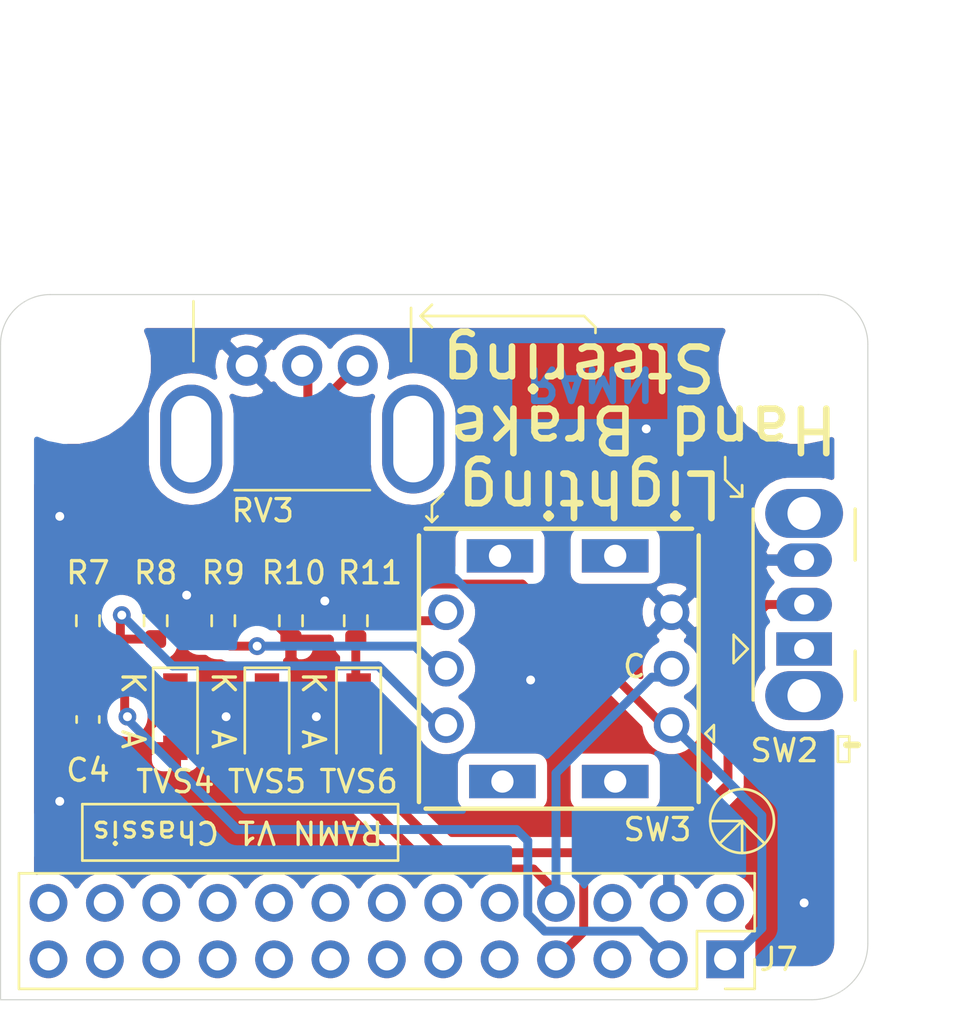
<source format=kicad_pcb>
(kicad_pcb (version 20171130) (host pcbnew "(5.1.9)-1")

  (general
    (thickness 1.6)
    (drawings 53)
    (tracks 106)
    (zones 0)
    (modules 18)
    (nets 31)
  )

  (page A4)
  (layers
    (0 F.Cu signal)
    (31 B.Cu signal)
    (32 B.Adhes user hide)
    (33 F.Adhes user hide)
    (34 B.Paste user hide)
    (35 F.Paste user hide)
    (36 B.SilkS user)
    (37 F.SilkS user)
    (38 B.Mask user hide)
    (39 F.Mask user hide)
    (40 Dwgs.User user hide)
    (41 Cmts.User user hide)
    (42 Eco1.User user)
    (43 Eco2.User user)
    (44 Edge.Cuts user)
    (45 Margin user hide)
    (46 B.CrtYd user hide)
    (47 F.CrtYd user)
    (48 B.Fab user hide)
    (49 F.Fab user hide)
  )

  (setup
    (last_trace_width 0.4)
    (trace_clearance 0.2)
    (zone_clearance 0.508)
    (zone_45_only no)
    (trace_min 0.2)
    (via_size 0.8)
    (via_drill 0.4)
    (via_min_size 0.4)
    (via_min_drill 0.3)
    (uvia_size 0.3)
    (uvia_drill 0.1)
    (uvias_allowed no)
    (uvia_min_size 0.2)
    (uvia_min_drill 0.1)
    (edge_width 0.05)
    (segment_width 0.2)
    (pcb_text_width 0.3)
    (pcb_text_size 1.5 1.5)
    (mod_edge_width 0.12)
    (mod_text_size 1 1)
    (mod_text_width 0.15)
    (pad_size 3.2 3.2)
    (pad_drill 3.2)
    (pad_to_mask_clearance 0)
    (aux_axis_origin 19.05 20.32)
    (visible_elements 7FFFFFFF)
    (pcbplotparams
      (layerselection 0x010e8_ffffffff)
      (usegerberextensions false)
      (usegerberattributes false)
      (usegerberadvancedattributes false)
      (creategerberjobfile false)
      (excludeedgelayer true)
      (linewidth 0.100000)
      (plotframeref false)
      (viasonmask false)
      (mode 1)
      (useauxorigin false)
      (hpglpennumber 1)
      (hpglpenspeed 20)
      (hpglpendiameter 15.000000)
      (psnegative false)
      (psa4output false)
      (plotreference true)
      (plotvalue true)
      (plotinvisibletext false)
      (padsonsilk false)
      (subtractmaskfromsilk false)
      (outputformat 1)
      (mirror false)
      (drillshape 0)
      (scaleselection 1)
      (outputdirectory "CAD/"))
  )

  (net 0 "")
  (net 1 GND)
  (net 2 /3V3_ECU)
  (net 3 SW1)
  (net 4 Wheel)
  (net 5 +5V)
  (net 6 Lamp)
  (net 7 "Net-(J7-Pad26)")
  (net 8 "Net-(J7-Pad25)")
  (net 9 "Net-(J7-Pad24)")
  (net 10 "Net-(J7-Pad23)")
  (net 11 "Net-(J7-Pad22)")
  (net 12 "Net-(J7-Pad21)")
  (net 13 "Net-(J7-Pad20)")
  (net 14 "Net-(J7-Pad19)")
  (net 15 "Net-(J7-Pad18)")
  (net 16 "Net-(J7-Pad17)")
  (net 17 "Net-(J7-Pad16)")
  (net 18 "Net-(J7-Pad15)")
  (net 19 "Net-(J7-Pad14)")
  (net 20 "Net-(J7-Pad13)")
  (net 21 "Net-(J7-Pad12)")
  (net 22 "Net-(J7-Pad11)")
  (net 23 "Net-(J7-Pad10)")
  (net 24 "Net-(J7-Pad9)")
  (net 25 "Net-(J7-Pad6)")
  (net 26 "Net-(J7-Pad5)")
  (net 27 "Net-(SW2-Pad1)")
  (net 28 "Net-(R7-Pad2)")
  (net 29 "Net-(R8-Pad2)")
  (net 30 "Net-(R10-Pad1)")

  (net_class Default "This is the default net class."
    (clearance 0.2)
    (trace_width 0.4)
    (via_dia 0.8)
    (via_drill 0.4)
    (uvia_dia 0.3)
    (uvia_drill 0.1)
    (add_net +5V)
    (add_net /3V3_ECU)
    (add_net GND)
    (add_net Lamp)
    (add_net "Net-(J7-Pad10)")
    (add_net "Net-(J7-Pad11)")
    (add_net "Net-(J7-Pad12)")
    (add_net "Net-(J7-Pad13)")
    (add_net "Net-(J7-Pad14)")
    (add_net "Net-(J7-Pad15)")
    (add_net "Net-(J7-Pad16)")
    (add_net "Net-(J7-Pad17)")
    (add_net "Net-(J7-Pad18)")
    (add_net "Net-(J7-Pad19)")
    (add_net "Net-(J7-Pad20)")
    (add_net "Net-(J7-Pad21)")
    (add_net "Net-(J7-Pad22)")
    (add_net "Net-(J7-Pad23)")
    (add_net "Net-(J7-Pad24)")
    (add_net "Net-(J7-Pad25)")
    (add_net "Net-(J7-Pad26)")
    (add_net "Net-(J7-Pad5)")
    (add_net "Net-(J7-Pad6)")
    (add_net "Net-(J7-Pad9)")
    (add_net "Net-(R10-Pad1)")
    (add_net "Net-(R7-Pad2)")
    (add_net "Net-(R8-Pad2)")
    (add_net "Net-(SW2-Pad1)")
    (add_net SW1)
    (add_net Wheel)
  )

  (module custom:RK09K1110A2S (layer F.Cu) (tedit 6045D7D2) (tstamp 603376DF)
    (at 45.974 33.782 90)
    (path /5D829CAB)
    (fp_text reference RV3 (at -9.525 -1.778 180) (layer F.SilkS)
      (effects (font (size 1 1) (thickness 0.15)))
    )
    (fp_text value R_POT_TRIM_US (at 0.762 5.588 90) (layer F.Fab) hide
      (effects (font (size 1 1) (thickness 0.15)))
    )
    (fp_line (start 10.5 -6.5) (end 10.5 6.5) (layer F.CrtYd) (width 0.12))
    (fp_line (start -9.5 -6.5) (end 10.5 -6.5) (layer F.CrtYd) (width 0.12))
    (fp_line (start -9.5 6.5) (end 10.5 6.5) (layer F.CrtYd) (width 0.12))
    (fp_line (start -9.5 -6.5) (end -9.5 6.5) (layer F.CrtYd) (width 0.12))
    (fp_line (start -2.794 4.9) (end -0.4 4.9) (layer F.SilkS) (width 0.12))
    (fp_line (start -8.6 -3.048) (end -8.6 3.048) (layer F.SilkS) (width 0.12))
    (fp_line (start -2.794 -4.9) (end -0.1 -4.9) (layer F.SilkS) (width 0.12))
    (fp_line (start -7.35 -5.9) (end -7.35 -4.1) (layer Dwgs.User) (width 0.12))
    (fp_line (start -7.35 -4.1) (end -5.25 -4.1) (layer Dwgs.User) (width 0.12))
    (fp_line (start -7.35 -5.9) (end -5.25 -5.9) (layer Dwgs.User) (width 0.12))
    (fp_line (start -5.25 -4.1) (end -5.25 -5.9) (layer Dwgs.User) (width 0.12))
    (fp_line (start -5.25 5.9) (end -5.25 4.1) (layer Dwgs.User) (width 0.12))
    (fp_line (start -7.35 5.9) (end -5.25 5.9) (layer Dwgs.User) (width 0.12))
    (fp_line (start -7.35 4.1) (end -7.35 5.9) (layer Dwgs.User) (width 0.12))
    (fp_line (start -7.35 4.1) (end -5.25 4.1) (layer Dwgs.User) (width 0.12))
    (fp_line (start 0.2 -4) (end 0.2 4.3) (layer Dwgs.User) (width 0.12))
    (pad "" thru_hole oval (at -6.3 -5 90) (size 4.9 2.8) (drill oval 3.9 1.8) (layers *.Cu *.Mask)
      (zone_connect 0))
    (pad "" thru_hole oval (at -6.3 5 90) (size 4.9 2.8) (drill oval 3.9 1.8) (layers *.Cu *.Mask)
      (zone_connect 0))
    (pad 3 thru_hole circle (at -3 -2.5 90) (size 1.8 1.8) (drill 1) (layers *.Cu *.Mask)
      (net 1 GND))
    (pad 2 thru_hole circle (at -3 0 90) (size 1.8 1.8) (drill 1) (layers *.Cu *.Mask)
      (net 4 Wheel))
    (pad 1 thru_hole circle (at -3 2.5 90) (size 1.8 1.8) (drill 1) (layers *.Cu *.Mask)
      (net 2 /3V3_ECU))
    (model C:/Users/Camille/Desktop/KICAD/LIB/Licensed/rk09k1110a2s/RK09K1110-15.STEP
      (offset (xyz 0 0 6.3))
      (scale (xyz 1 1 1))
      (rotate (xyz -90 0 90))
    )
  )

  (module Fiducial:Fiducial_1mm_Mask2mm (layer F.Cu) (tedit 5C18CB26) (tstamp 603358B6)
    (at 34.544 57.912)
    (descr "Circular Fiducial, 1mm bare copper, 2mm soldermask opening (Level A)")
    (tags fiducial)
    (path /60337A1C)
    (attr smd)
    (fp_text reference FID3 (at 0 -2) (layer F.SilkS) hide
      (effects (font (size 1 1) (thickness 0.15)))
    )
    (fp_text value Fiducial (at 0 2) (layer F.Fab)
      (effects (font (size 1 1) (thickness 0.15)))
    )
    (fp_circle (center 0 0) (end 1 0) (layer F.Fab) (width 0.1))
    (fp_circle (center 0 0) (end 1.25 0) (layer F.CrtYd) (width 0.05))
    (fp_text user %R (at 0 0) (layer F.Fab)
      (effects (font (size 0.4 0.4) (thickness 0.06)))
    )
    (pad "" smd circle (at 0 0) (size 1 1) (layers F.Cu F.Mask)
      (solder_mask_margin 0.5) (clearance 0.5))
  )

  (module Fiducial:Fiducial_1mm_Mask2mm (layer F.Cu) (tedit 5C18CB26) (tstamp 603354DC)
    (at 69.342 57.912)
    (descr "Circular Fiducial, 1mm bare copper, 2mm soldermask opening (Level A)")
    (tags fiducial)
    (path /60337903)
    (attr smd)
    (fp_text reference FID2 (at 0 -2) (layer F.SilkS) hide
      (effects (font (size 1 1) (thickness 0.15)))
    )
    (fp_text value Fiducial (at 0 2) (layer F.Fab)
      (effects (font (size 1 1) (thickness 0.15)))
    )
    (fp_circle (center 0 0) (end 1 0) (layer F.Fab) (width 0.1))
    (fp_circle (center 0 0) (end 1.25 0) (layer F.CrtYd) (width 0.05))
    (fp_text user %R (at 0 0) (layer F.Fab)
      (effects (font (size 0.4 0.4) (thickness 0.06)))
    )
    (pad "" smd circle (at 0 0) (size 1 1) (layers F.Cu F.Mask)
      (solder_mask_margin 0.5) (clearance 0.5))
  )

  (module Fiducial:Fiducial_1mm_Mask2mm (layer F.Cu) (tedit 5C18CB26) (tstamp 603354D4)
    (at 34.544 41.148)
    (descr "Circular Fiducial, 1mm bare copper, 2mm soldermask opening (Level A)")
    (tags fiducial)
    (path /603362AF)
    (attr smd)
    (fp_text reference FID1 (at 0 -2) (layer F.SilkS) hide
      (effects (font (size 1 1) (thickness 0.15)))
    )
    (fp_text value Fiducial (at 0 2) (layer F.Fab)
      (effects (font (size 1 1) (thickness 0.15)))
    )
    (fp_circle (center 0 0) (end 1 0) (layer F.Fab) (width 0.1))
    (fp_circle (center 0 0) (end 1.25 0) (layer F.CrtYd) (width 0.05))
    (fp_text user %R (at 0 0) (layer F.Fab)
      (effects (font (size 0.4 0.4) (thickness 0.06)))
    )
    (pad "" smd circle (at 0 0) (size 1 1) (layers F.Cu F.Mask)
      (solder_mask_margin 0.5) (clearance 0.5))
  )

  (module Akiyuki_UI:NR01 (layer F.Cu) (tedit 602E1943) (tstamp 5FC0EE02)
    (at 57.531 50.419 180)
    (path /5FC0F272)
    (fp_text reference SW3 (at -4.445 -7.239) (layer F.SilkS)
      (effects (font (size 1 1) (thickness 0.15)))
    )
    (fp_text value NKK_NR01 (at 0 -7 180) (layer F.Fab) hide
      (effects (font (size 1 1) (thickness 0.15)))
    )
    (fp_line (start 6 -6.3) (end -6 -6.3) (layer F.SilkS) (width 0.2))
    (fp_line (start 6.3 6) (end 6.3 -6) (layer F.SilkS) (width 0.2))
    (fp_line (start -6 6.3) (end 6 6.3) (layer F.SilkS) (width 0.2))
    (fp_line (start -6.3 -6) (end -6.3 6) (layer F.SilkS) (width 0.2))
    (fp_text user C (at -3.4 0.1 180) (layer F.SilkS)
      (effects (font (size 1 1) (thickness 0.15)))
    )
    (pad "" thru_hole rect (at -2.54 5.08 180) (size 3 1.5) (drill 1) (layers *.Cu *.Mask))
    (pad "" thru_hole rect (at 2.65 5.08 180) (size 3 1.5) (drill 1) (layers *.Cu *.Mask))
    (pad "" thru_hole rect (at 2.54 -5.08 180) (size 3 1.5) (drill 1) (layers *.Cu *.Mask))
    (pad "" thru_hole rect (at -2.54 -5.08 180) (size 3 1.5) (drill 1) (layers *.Cu *.Mask))
    (pad 1 thru_hole circle (at -5.08 -2.54 180) (size 1.6 1.6) (drill 1) (layers *.Cu *.Mask)
      (net 2 /3V3_ECU))
    (pad 3 thru_hole circle (at -5.08 0 180) (size 1.6 1.6) (drill 1) (layers *.Cu *.Mask)
      (net 6 Lamp))
    (pad 5 thru_hole circle (at -5.08 2.54 180) (size 1.6 1.6) (drill 1) (layers *.Cu *.Mask)
      (net 1 GND))
    (pad 6 thru_hole circle (at 5.08 2.54 180) (size 1.6 1.6) (drill 1) (layers *.Cu *.Mask)
      (net 30 "Net-(R10-Pad1)"))
    (pad 2 thru_hole circle (at 5.08 -2.54 180) (size 1.6 1.6) (drill 1) (layers *.Cu *.Mask)
      (net 28 "Net-(R7-Pad2)"))
    (pad 4 thru_hole circle (at 5.08 0 180) (size 1.6 1.6) (drill 1) (layers *.Cu *.Mask)
      (net 29 "Net-(R8-Pad2)"))
    (model C:/Users/Camille/Desktop/KICAD/LIB/Licensed/NKKSWITCHES_NR01104ANG132A/NR01104ANG13-2A.stp
      (offset (xyz 0 0 10))
      (scale (xyz 1 1 1))
      (rotate (xyz -90 0 90))
    )
  )

  (module Diode_SMD:D_SOD-123F (layer F.Cu) (tedit 587F7769) (tstamp 602E1D35)
    (at 48.514 52.578 270)
    (descr D_SOD-123F)
    (tags D_SOD-123F)
    (path /602E7F61)
    (attr smd)
    (fp_text reference TVS6 (at 2.921 0 180) (layer F.SilkS)
      (effects (font (size 1 1) (thickness 0.15)))
    )
    (fp_text value D_TVS (at 0 2.1 90) (layer F.Fab)
      (effects (font (size 1 1) (thickness 0.15)))
    )
    (fp_line (start -2.2 -1) (end 1.65 -1) (layer F.SilkS) (width 0.12))
    (fp_line (start -2.2 1) (end 1.65 1) (layer F.SilkS) (width 0.12))
    (fp_line (start -2.2 -1.15) (end -2.2 1.15) (layer F.CrtYd) (width 0.05))
    (fp_line (start 2.2 1.15) (end -2.2 1.15) (layer F.CrtYd) (width 0.05))
    (fp_line (start 2.2 -1.15) (end 2.2 1.15) (layer F.CrtYd) (width 0.05))
    (fp_line (start -2.2 -1.15) (end 2.2 -1.15) (layer F.CrtYd) (width 0.05))
    (fp_line (start -1.4 -0.9) (end 1.4 -0.9) (layer F.Fab) (width 0.1))
    (fp_line (start 1.4 -0.9) (end 1.4 0.9) (layer F.Fab) (width 0.1))
    (fp_line (start 1.4 0.9) (end -1.4 0.9) (layer F.Fab) (width 0.1))
    (fp_line (start -1.4 0.9) (end -1.4 -0.9) (layer F.Fab) (width 0.1))
    (fp_line (start -0.75 0) (end -0.35 0) (layer F.Fab) (width 0.1))
    (fp_line (start -0.35 0) (end -0.35 -0.55) (layer F.Fab) (width 0.1))
    (fp_line (start -0.35 0) (end -0.35 0.55) (layer F.Fab) (width 0.1))
    (fp_line (start -0.35 0) (end 0.25 -0.4) (layer F.Fab) (width 0.1))
    (fp_line (start 0.25 -0.4) (end 0.25 0.4) (layer F.Fab) (width 0.1))
    (fp_line (start 0.25 0.4) (end -0.35 0) (layer F.Fab) (width 0.1))
    (fp_line (start 0.25 0) (end 0.75 0) (layer F.Fab) (width 0.1))
    (fp_line (start -2.2 -1) (end -2.2 1) (layer F.SilkS) (width 0.12))
    (fp_text user %R (at -0.127 -1.905 90) (layer F.Fab)
      (effects (font (size 1 1) (thickness 0.15)))
    )
    (pad 2 smd rect (at 1.4 0 270) (size 1.1 1.1) (layers F.Cu F.Paste F.Mask)
      (net 1 GND))
    (pad 1 smd rect (at -1.4 0 270) (size 1.1 1.1) (layers F.Cu F.Paste F.Mask)
      (net 3 SW1))
    (model ${KISYS3DMOD}/Diode_SMD.3dshapes/D_SOD-123F.wrl
      (at (xyz 0 0 0))
      (scale (xyz 1 1 1))
      (rotate (xyz 0 0 0))
    )
  )

  (module Diode_SMD:D_SOD-123F (layer F.Cu) (tedit 587F7769) (tstamp 602E1D1C)
    (at 44.3865 52.578 270)
    (descr D_SOD-123F)
    (tags D_SOD-123F)
    (path /602E62CB)
    (attr smd)
    (fp_text reference TVS5 (at 2.921 0 180) (layer F.SilkS)
      (effects (font (size 1 1) (thickness 0.15)))
    )
    (fp_text value D_TVS (at 0 2.1 90) (layer F.Fab)
      (effects (font (size 1 1) (thickness 0.15)))
    )
    (fp_line (start -2.2 -1) (end 1.65 -1) (layer F.SilkS) (width 0.12))
    (fp_line (start -2.2 1) (end 1.65 1) (layer F.SilkS) (width 0.12))
    (fp_line (start -2.2 -1.15) (end -2.2 1.15) (layer F.CrtYd) (width 0.05))
    (fp_line (start 2.2 1.15) (end -2.2 1.15) (layer F.CrtYd) (width 0.05))
    (fp_line (start 2.2 -1.15) (end 2.2 1.15) (layer F.CrtYd) (width 0.05))
    (fp_line (start -2.2 -1.15) (end 2.2 -1.15) (layer F.CrtYd) (width 0.05))
    (fp_line (start -1.4 -0.9) (end 1.4 -0.9) (layer F.Fab) (width 0.1))
    (fp_line (start 1.4 -0.9) (end 1.4 0.9) (layer F.Fab) (width 0.1))
    (fp_line (start 1.4 0.9) (end -1.4 0.9) (layer F.Fab) (width 0.1))
    (fp_line (start -1.4 0.9) (end -1.4 -0.9) (layer F.Fab) (width 0.1))
    (fp_line (start -0.75 0) (end -0.35 0) (layer F.Fab) (width 0.1))
    (fp_line (start -0.35 0) (end -0.35 -0.55) (layer F.Fab) (width 0.1))
    (fp_line (start -0.35 0) (end -0.35 0.55) (layer F.Fab) (width 0.1))
    (fp_line (start -0.35 0) (end 0.25 -0.4) (layer F.Fab) (width 0.1))
    (fp_line (start 0.25 -0.4) (end 0.25 0.4) (layer F.Fab) (width 0.1))
    (fp_line (start 0.25 0.4) (end -0.35 0) (layer F.Fab) (width 0.1))
    (fp_line (start 0.25 0) (end 0.75 0) (layer F.Fab) (width 0.1))
    (fp_line (start -2.2 -1) (end -2.2 1) (layer F.SilkS) (width 0.12))
    (fp_text user %R (at -0.127 -1.905 90) (layer F.Fab)
      (effects (font (size 1 1) (thickness 0.15)))
    )
    (pad 2 smd rect (at 1.4 0 270) (size 1.1 1.1) (layers F.Cu F.Paste F.Mask)
      (net 1 GND))
    (pad 1 smd rect (at -1.4 0 270) (size 1.1 1.1) (layers F.Cu F.Paste F.Mask)
      (net 6 Lamp))
    (model ${KISYS3DMOD}/Diode_SMD.3dshapes/D_SOD-123F.wrl
      (at (xyz 0 0 0))
      (scale (xyz 1 1 1))
      (rotate (xyz 0 0 0))
    )
  )

  (module Diode_SMD:D_SOD-123F (layer F.Cu) (tedit 587F7769) (tstamp 602E1D03)
    (at 40.259 52.578 270)
    (descr D_SOD-123F)
    (tags D_SOD-123F)
    (path /602E2082)
    (attr smd)
    (fp_text reference TVS4 (at 2.921 0 180) (layer F.SilkS)
      (effects (font (size 1 1) (thickness 0.15)))
    )
    (fp_text value D_TVS (at 0 2.1 90) (layer F.Fab)
      (effects (font (size 1 1) (thickness 0.15)))
    )
    (fp_line (start -2.2 -1) (end 1.65 -1) (layer F.SilkS) (width 0.12))
    (fp_line (start -2.2 1) (end 1.65 1) (layer F.SilkS) (width 0.12))
    (fp_line (start -2.2 -1.15) (end -2.2 1.15) (layer F.CrtYd) (width 0.05))
    (fp_line (start 2.2 1.15) (end -2.2 1.15) (layer F.CrtYd) (width 0.05))
    (fp_line (start 2.2 -1.15) (end 2.2 1.15) (layer F.CrtYd) (width 0.05))
    (fp_line (start -2.2 -1.15) (end 2.2 -1.15) (layer F.CrtYd) (width 0.05))
    (fp_line (start -1.4 -0.9) (end 1.4 -0.9) (layer F.Fab) (width 0.1))
    (fp_line (start 1.4 -0.9) (end 1.4 0.9) (layer F.Fab) (width 0.1))
    (fp_line (start 1.4 0.9) (end -1.4 0.9) (layer F.Fab) (width 0.1))
    (fp_line (start -1.4 0.9) (end -1.4 -0.9) (layer F.Fab) (width 0.1))
    (fp_line (start -0.75 0) (end -0.35 0) (layer F.Fab) (width 0.1))
    (fp_line (start -0.35 0) (end -0.35 -0.55) (layer F.Fab) (width 0.1))
    (fp_line (start -0.35 0) (end -0.35 0.55) (layer F.Fab) (width 0.1))
    (fp_line (start -0.35 0) (end 0.25 -0.4) (layer F.Fab) (width 0.1))
    (fp_line (start 0.25 -0.4) (end 0.25 0.4) (layer F.Fab) (width 0.1))
    (fp_line (start 0.25 0.4) (end -0.35 0) (layer F.Fab) (width 0.1))
    (fp_line (start 0.25 0) (end 0.75 0) (layer F.Fab) (width 0.1))
    (fp_line (start -2.2 -1) (end -2.2 1) (layer F.SilkS) (width 0.12))
    (fp_text user %R (at -0.127 -1.905 90) (layer F.Fab)
      (effects (font (size 1 1) (thickness 0.15)))
    )
    (pad 2 smd rect (at 1.4 0 270) (size 1.1 1.1) (layers F.Cu F.Paste F.Mask)
      (net 1 GND))
    (pad 1 smd rect (at -1.4 0 270) (size 1.1 1.1) (layers F.Cu F.Paste F.Mask)
      (net 4 Wheel))
    (model ${KISYS3DMOD}/Diode_SMD.3dshapes/D_SOD-123F.wrl
      (at (xyz 0 0 0))
      (scale (xyz 1 1 1))
      (rotate (xyz 0 0 0))
    )
  )

  (module MountingHole:MountingHole_3.2mm_M3_ISO7380 (layer F.Cu) (tedit 602E18E8) (tstamp 60225570)
    (at 35.56 36.703)
    (descr "Mounting Hole 3.2mm, no annular, M3, ISO7380")
    (tags "mounting hole 3.2mm no annular m3 iso7380")
    (path /60225AF5)
    (attr virtual)
    (fp_text reference H3 (at 0 -3.85) (layer F.SilkS) hide
      (effects (font (size 1 1) (thickness 0.15)))
    )
    (fp_text value MountingHole (at 0 3.85) (layer F.Fab)
      (effects (font (size 1 1) (thickness 0.15)))
    )
    (fp_circle (center 0 0) (end 2.85 0) (layer Cmts.User) (width 0.15))
    (fp_circle (center 0 0) (end 3.1 0) (layer F.CrtYd) (width 0.05))
    (fp_text user %R (at 0.3 0) (layer F.Fab)
      (effects (font (size 1 1) (thickness 0.15)))
    )
    (pad "" np_thru_hole circle (at 0 0) (size 3.2 3.2) (drill 3.2) (layers *.Cu *.Mask)
      (clearance 2))
  )

  (module Capacitor_SMD:C_0603_1608Metric (layer F.Cu) (tedit 5F68FEEE) (tstamp 60225568)
    (at 36.322 52.705 270)
    (descr "Capacitor SMD 0603 (1608 Metric), square (rectangular) end terminal, IPC_7351 nominal, (Body size source: IPC-SM-782 page 76, https://www.pcb-3d.com/wordpress/wp-content/uploads/ipc-sm-782a_amendment_1_and_2.pdf), generated with kicad-footprint-generator")
    (tags capacitor)
    (path /602262C9)
    (attr smd)
    (fp_text reference C4 (at 2.286 0 180) (layer F.SilkS)
      (effects (font (size 1 1) (thickness 0.15)))
    )
    (fp_text value 100nF (at 0 1.43 90) (layer F.Fab)
      (effects (font (size 1 1) (thickness 0.15)))
    )
    (fp_line (start -0.8 0.4) (end -0.8 -0.4) (layer F.Fab) (width 0.1))
    (fp_line (start -0.8 -0.4) (end 0.8 -0.4) (layer F.Fab) (width 0.1))
    (fp_line (start 0.8 -0.4) (end 0.8 0.4) (layer F.Fab) (width 0.1))
    (fp_line (start 0.8 0.4) (end -0.8 0.4) (layer F.Fab) (width 0.1))
    (fp_line (start -0.14058 -0.51) (end 0.14058 -0.51) (layer F.SilkS) (width 0.12))
    (fp_line (start -0.14058 0.51) (end 0.14058 0.51) (layer F.SilkS) (width 0.12))
    (fp_line (start -1.48 0.73) (end -1.48 -0.73) (layer F.CrtYd) (width 0.05))
    (fp_line (start -1.48 -0.73) (end 1.48 -0.73) (layer F.CrtYd) (width 0.05))
    (fp_line (start 1.48 -0.73) (end 1.48 0.73) (layer F.CrtYd) (width 0.05))
    (fp_line (start 1.48 0.73) (end -1.48 0.73) (layer F.CrtYd) (width 0.05))
    (fp_text user %R (at 0 0 90) (layer F.Fab)
      (effects (font (size 0.4 0.4) (thickness 0.06)))
    )
    (pad 2 smd roundrect (at 0.775 0 270) (size 0.9 0.95) (layers F.Cu F.Paste F.Mask) (roundrect_rratio 0.25)
      (net 1 GND))
    (pad 1 smd roundrect (at -0.775 0 270) (size 0.9 0.95) (layers F.Cu F.Paste F.Mask) (roundrect_rratio 0.25)
      (net 4 Wheel))
    (model ${KISYS3DMOD}/Capacitor_SMD.3dshapes/C_0603_1608Metric.wrl
      (at (xyz 0 0 0))
      (scale (xyz 1 1 1))
      (rotate (xyz 0 0 0))
    )
  )

  (module Resistor_SMD:R_0603_1608Metric (layer F.Cu) (tedit 5F68FEEE) (tstamp 5FC7397B)
    (at 48.387 48.26 90)
    (descr "Resistor SMD 0603 (1608 Metric), square (rectangular) end terminal, IPC_7351 nominal, (Body size source: IPC-SM-782 page 72, https://www.pcb-3d.com/wordpress/wp-content/uploads/ipc-sm-782a_amendment_1_and_2.pdf), generated with kicad-footprint-generator")
    (tags resistor)
    (path /5FC76E07)
    (attr smd)
    (fp_text reference R11 (at 2.159 0.635) (layer F.SilkS)
      (effects (font (size 1 1) (thickness 0.15)))
    )
    (fp_text value 10k (at 0 1.43 90) (layer F.Fab)
      (effects (font (size 1 1) (thickness 0.15)))
    )
    (fp_line (start 1.48 0.73) (end -1.48 0.73) (layer F.CrtYd) (width 0.05))
    (fp_line (start 1.48 -0.73) (end 1.48 0.73) (layer F.CrtYd) (width 0.05))
    (fp_line (start -1.48 -0.73) (end 1.48 -0.73) (layer F.CrtYd) (width 0.05))
    (fp_line (start -1.48 0.73) (end -1.48 -0.73) (layer F.CrtYd) (width 0.05))
    (fp_line (start -0.237258 0.5225) (end 0.237258 0.5225) (layer F.SilkS) (width 0.12))
    (fp_line (start -0.237258 -0.5225) (end 0.237258 -0.5225) (layer F.SilkS) (width 0.12))
    (fp_line (start 0.8 0.4125) (end -0.8 0.4125) (layer F.Fab) (width 0.1))
    (fp_line (start 0.8 -0.4125) (end 0.8 0.4125) (layer F.Fab) (width 0.1))
    (fp_line (start -0.8 -0.4125) (end 0.8 -0.4125) (layer F.Fab) (width 0.1))
    (fp_line (start -0.8 0.4125) (end -0.8 -0.4125) (layer F.Fab) (width 0.1))
    (fp_text user %R (at 0 0 90) (layer F.Fab)
      (effects (font (size 0.4 0.4) (thickness 0.06)))
    )
    (pad 2 smd roundrect (at 0.825 0 90) (size 0.8 0.95) (layers F.Cu F.Paste F.Mask) (roundrect_rratio 0.25)
      (net 2 /3V3_ECU))
    (pad 1 smd roundrect (at -0.825 0 90) (size 0.8 0.95) (layers F.Cu F.Paste F.Mask) (roundrect_rratio 0.25)
      (net 3 SW1))
    (model ${KISYS3DMOD}/Resistor_SMD.3dshapes/R_0603_1608Metric.wrl
      (at (xyz 0 0 0))
      (scale (xyz 1 1 1))
      (rotate (xyz 0 0 0))
    )
  )

  (module Resistor_SMD:R_0603_1608Metric (layer F.Cu) (tedit 5F68FEEE) (tstamp 5FC0F83B)
    (at 45.466 48.26 270)
    (descr "Resistor SMD 0603 (1608 Metric), square (rectangular) end terminal, IPC_7351 nominal, (Body size source: IPC-SM-782 page 72, https://www.pcb-3d.com/wordpress/wp-content/uploads/ipc-sm-782a_amendment_1_and_2.pdf), generated with kicad-footprint-generator")
    (tags resistor)
    (path /5FC1E6F1)
    (attr smd)
    (fp_text reference R10 (at -2.159 -0.127) (layer F.SilkS)
      (effects (font (size 1 1) (thickness 0.15)))
    )
    (fp_text value 10k (at 0 1.43 90) (layer F.Fab)
      (effects (font (size 1 1) (thickness 0.15)))
    )
    (fp_line (start -0.8 0.4125) (end -0.8 -0.4125) (layer F.Fab) (width 0.1))
    (fp_line (start -0.8 -0.4125) (end 0.8 -0.4125) (layer F.Fab) (width 0.1))
    (fp_line (start 0.8 -0.4125) (end 0.8 0.4125) (layer F.Fab) (width 0.1))
    (fp_line (start 0.8 0.4125) (end -0.8 0.4125) (layer F.Fab) (width 0.1))
    (fp_line (start -0.237258 -0.5225) (end 0.237258 -0.5225) (layer F.SilkS) (width 0.12))
    (fp_line (start -0.237258 0.5225) (end 0.237258 0.5225) (layer F.SilkS) (width 0.12))
    (fp_line (start -1.48 0.73) (end -1.48 -0.73) (layer F.CrtYd) (width 0.05))
    (fp_line (start -1.48 -0.73) (end 1.48 -0.73) (layer F.CrtYd) (width 0.05))
    (fp_line (start 1.48 -0.73) (end 1.48 0.73) (layer F.CrtYd) (width 0.05))
    (fp_line (start 1.48 0.73) (end -1.48 0.73) (layer F.CrtYd) (width 0.05))
    (fp_text user %R (at 0 0 90) (layer F.Fab)
      (effects (font (size 0.4 0.4) (thickness 0.06)))
    )
    (pad 2 smd roundrect (at 0.825 0 270) (size 0.8 0.95) (layers F.Cu F.Paste F.Mask) (roundrect_rratio 0.25)
      (net 1 GND))
    (pad 1 smd roundrect (at -0.825 0 270) (size 0.8 0.95) (layers F.Cu F.Paste F.Mask) (roundrect_rratio 0.25)
      (net 30 "Net-(R10-Pad1)"))
    (model ${KISYS3DMOD}/Resistor_SMD.3dshapes/R_0603_1608Metric.wrl
      (at (xyz 0 0 0))
      (scale (xyz 1 1 1))
      (rotate (xyz 0 0 0))
    )
  )

  (module Resistor_SMD:R_0603_1608Metric (layer F.Cu) (tedit 5F68FEEE) (tstamp 5FC0F82A)
    (at 42.418 48.26 90)
    (descr "Resistor SMD 0603 (1608 Metric), square (rectangular) end terminal, IPC_7351 nominal, (Body size source: IPC-SM-782 page 72, https://www.pcb-3d.com/wordpress/wp-content/uploads/ipc-sm-782a_amendment_1_and_2.pdf), generated with kicad-footprint-generator")
    (tags resistor)
    (path /5FC1C8F6)
    (attr smd)
    (fp_text reference R9 (at 2.159 0) (layer F.SilkS)
      (effects (font (size 1 1) (thickness 0.15)))
    )
    (fp_text value 10k (at 0 1.43 90) (layer F.Fab)
      (effects (font (size 1 1) (thickness 0.15)))
    )
    (fp_line (start -0.8 0.4125) (end -0.8 -0.4125) (layer F.Fab) (width 0.1))
    (fp_line (start -0.8 -0.4125) (end 0.8 -0.4125) (layer F.Fab) (width 0.1))
    (fp_line (start 0.8 -0.4125) (end 0.8 0.4125) (layer F.Fab) (width 0.1))
    (fp_line (start 0.8 0.4125) (end -0.8 0.4125) (layer F.Fab) (width 0.1))
    (fp_line (start -0.237258 -0.5225) (end 0.237258 -0.5225) (layer F.SilkS) (width 0.12))
    (fp_line (start -0.237258 0.5225) (end 0.237258 0.5225) (layer F.SilkS) (width 0.12))
    (fp_line (start -1.48 0.73) (end -1.48 -0.73) (layer F.CrtYd) (width 0.05))
    (fp_line (start -1.48 -0.73) (end 1.48 -0.73) (layer F.CrtYd) (width 0.05))
    (fp_line (start 1.48 -0.73) (end 1.48 0.73) (layer F.CrtYd) (width 0.05))
    (fp_line (start 1.48 0.73) (end -1.48 0.73) (layer F.CrtYd) (width 0.05))
    (fp_text user %R (at 0 0 90) (layer F.Fab)
      (effects (font (size 0.4 0.4) (thickness 0.06)))
    )
    (pad 2 smd roundrect (at 0.825 0 90) (size 0.8 0.95) (layers F.Cu F.Paste F.Mask) (roundrect_rratio 0.25)
      (net 30 "Net-(R10-Pad1)"))
    (pad 1 smd roundrect (at -0.825 0 90) (size 0.8 0.95) (layers F.Cu F.Paste F.Mask) (roundrect_rratio 0.25)
      (net 29 "Net-(R8-Pad2)"))
    (model ${KISYS3DMOD}/Resistor_SMD.3dshapes/R_0603_1608Metric.wrl
      (at (xyz 0 0 0))
      (scale (xyz 1 1 1))
      (rotate (xyz 0 0 0))
    )
  )

  (module Resistor_SMD:R_0603_1608Metric (layer F.Cu) (tedit 5F68FEEE) (tstamp 5FC0F819)
    (at 39.37 48.26 90)
    (descr "Resistor SMD 0603 (1608 Metric), square (rectangular) end terminal, IPC_7351 nominal, (Body size source: IPC-SM-782 page 72, https://www.pcb-3d.com/wordpress/wp-content/uploads/ipc-sm-782a_amendment_1_and_2.pdf), generated with kicad-footprint-generator")
    (tags resistor)
    (path /5FC1B743)
    (attr smd)
    (fp_text reference R8 (at 2.159 0) (layer F.SilkS)
      (effects (font (size 1 1) (thickness 0.15)))
    )
    (fp_text value 10k (at 0 1.43 90) (layer F.Fab)
      (effects (font (size 1 1) (thickness 0.15)))
    )
    (fp_line (start -0.8 0.4125) (end -0.8 -0.4125) (layer F.Fab) (width 0.1))
    (fp_line (start -0.8 -0.4125) (end 0.8 -0.4125) (layer F.Fab) (width 0.1))
    (fp_line (start 0.8 -0.4125) (end 0.8 0.4125) (layer F.Fab) (width 0.1))
    (fp_line (start 0.8 0.4125) (end -0.8 0.4125) (layer F.Fab) (width 0.1))
    (fp_line (start -0.237258 -0.5225) (end 0.237258 -0.5225) (layer F.SilkS) (width 0.12))
    (fp_line (start -0.237258 0.5225) (end 0.237258 0.5225) (layer F.SilkS) (width 0.12))
    (fp_line (start -1.48 0.73) (end -1.48 -0.73) (layer F.CrtYd) (width 0.05))
    (fp_line (start -1.48 -0.73) (end 1.48 -0.73) (layer F.CrtYd) (width 0.05))
    (fp_line (start 1.48 -0.73) (end 1.48 0.73) (layer F.CrtYd) (width 0.05))
    (fp_line (start 1.48 0.73) (end -1.48 0.73) (layer F.CrtYd) (width 0.05))
    (fp_text user %R (at 0 0 90) (layer F.Fab)
      (effects (font (size 0.4 0.4) (thickness 0.06)))
    )
    (pad 2 smd roundrect (at 0.825 0 90) (size 0.8 0.95) (layers F.Cu F.Paste F.Mask) (roundrect_rratio 0.25)
      (net 29 "Net-(R8-Pad2)"))
    (pad 1 smd roundrect (at -0.825 0 90) (size 0.8 0.95) (layers F.Cu F.Paste F.Mask) (roundrect_rratio 0.25)
      (net 28 "Net-(R7-Pad2)"))
    (model ${KISYS3DMOD}/Resistor_SMD.3dshapes/R_0603_1608Metric.wrl
      (at (xyz 0 0 0))
      (scale (xyz 1 1 1))
      (rotate (xyz 0 0 0))
    )
  )

  (module Resistor_SMD:R_0603_1608Metric (layer F.Cu) (tedit 5F68FEEE) (tstamp 5FC0F808)
    (at 36.322 48.26 270)
    (descr "Resistor SMD 0603 (1608 Metric), square (rectangular) end terminal, IPC_7351 nominal, (Body size source: IPC-SM-782 page 72, https://www.pcb-3d.com/wordpress/wp-content/uploads/ipc-sm-782a_amendment_1_and_2.pdf), generated with kicad-footprint-generator")
    (tags resistor)
    (path /5FC11ACA)
    (attr smd)
    (fp_text reference R7 (at -2.159 0 180) (layer F.SilkS)
      (effects (font (size 1 1) (thickness 0.15)))
    )
    (fp_text value 10k (at 0 1.43 90) (layer F.Fab)
      (effects (font (size 1 1) (thickness 0.15)))
    )
    (fp_line (start -0.8 0.4125) (end -0.8 -0.4125) (layer F.Fab) (width 0.1))
    (fp_line (start -0.8 -0.4125) (end 0.8 -0.4125) (layer F.Fab) (width 0.1))
    (fp_line (start 0.8 -0.4125) (end 0.8 0.4125) (layer F.Fab) (width 0.1))
    (fp_line (start 0.8 0.4125) (end -0.8 0.4125) (layer F.Fab) (width 0.1))
    (fp_line (start -0.237258 -0.5225) (end 0.237258 -0.5225) (layer F.SilkS) (width 0.12))
    (fp_line (start -0.237258 0.5225) (end 0.237258 0.5225) (layer F.SilkS) (width 0.12))
    (fp_line (start -1.48 0.73) (end -1.48 -0.73) (layer F.CrtYd) (width 0.05))
    (fp_line (start -1.48 -0.73) (end 1.48 -0.73) (layer F.CrtYd) (width 0.05))
    (fp_line (start 1.48 -0.73) (end 1.48 0.73) (layer F.CrtYd) (width 0.05))
    (fp_line (start 1.48 0.73) (end -1.48 0.73) (layer F.CrtYd) (width 0.05))
    (fp_text user %R (at 0 0 90) (layer F.Fab)
      (effects (font (size 0.4 0.4) (thickness 0.06)))
    )
    (pad 2 smd roundrect (at 0.825 0 270) (size 0.8 0.95) (layers F.Cu F.Paste F.Mask) (roundrect_rratio 0.25)
      (net 28 "Net-(R7-Pad2)"))
    (pad 1 smd roundrect (at -0.825 0 270) (size 0.8 0.95) (layers F.Cu F.Paste F.Mask) (roundrect_rratio 0.25)
      (net 2 /3V3_ECU))
    (model ${KISYS3DMOD}/Resistor_SMD.3dshapes/R_0603_1608Metric.wrl
      (at (xyz 0 0 0))
      (scale (xyz 1 1 1))
      (rotate (xyz 0 0 0))
    )
  )

  (module MountingHole:MountingHole_3.2mm_M3_ISO7380 (layer F.Cu) (tedit 602E18EF) (tstamp 5FC0F799)
    (at 68.326 36.703)
    (descr "Mounting Hole 3.2mm, no annular, M3, ISO7380")
    (tags "mounting hole 3.2mm no annular m3 iso7380")
    (path /5FC10AC6)
    (attr virtual)
    (fp_text reference H4 (at 0 -2.54) (layer F.SilkS) hide
      (effects (font (size 1 1) (thickness 0.15)))
    )
    (fp_text value MountingHole (at 0 3.85) (layer F.Fab)
      (effects (font (size 1 1) (thickness 0.15)))
    )
    (fp_circle (center 0 0) (end 2.85 0) (layer Cmts.User) (width 0.15))
    (fp_circle (center 0 0) (end 3.1 0) (layer F.CrtYd) (width 0.05))
    (fp_text user %R (at 0.3 0) (layer F.Fab)
      (effects (font (size 1 1) (thickness 0.15)))
    )
    (pad "" np_thru_hole circle (at 0 0) (size 3.2 3.2) (drill 3.2) (layers *.Cu *.Mask)
      (clearance 2))
  )

  (module Connector_PinSocket_2.54mm:PinSocket_2x13_P2.54mm_Vertical (layer F.Cu) (tedit 5A19A430) (tstamp 5D80B353)
    (at 65.024 63.5 270)
    (descr "Through hole straight socket strip, 2x13, 2.54mm pitch, double cols (from Kicad 4.0.7), script generated")
    (tags "Through hole socket strip THT 2x13 2.54mm double row")
    (path /5D87B279)
    (fp_text reference J7 (at 0 -2.413 180) (layer F.SilkS)
      (effects (font (size 1 1) (thickness 0.15)))
    )
    (fp_text value " " (at -1.27 33.25 270) (layer F.Fab)
      (effects (font (size 1 1) (thickness 0.15)))
    )
    (fp_line (start -4.34 32.25) (end -4.34 -1.8) (layer F.CrtYd) (width 0.05))
    (fp_line (start 1.76 32.25) (end -4.34 32.25) (layer F.CrtYd) (width 0.05))
    (fp_line (start 1.76 -1.8) (end 1.76 32.25) (layer F.CrtYd) (width 0.05))
    (fp_line (start -4.34 -1.8) (end 1.76 -1.8) (layer F.CrtYd) (width 0.05))
    (fp_line (start 0 -1.33) (end 1.33 -1.33) (layer F.SilkS) (width 0.12))
    (fp_line (start 1.33 -1.33) (end 1.33 0) (layer F.SilkS) (width 0.12))
    (fp_line (start -1.27 -1.33) (end -1.27 1.27) (layer F.SilkS) (width 0.12))
    (fp_line (start -1.27 1.27) (end 1.33 1.27) (layer F.SilkS) (width 0.12))
    (fp_line (start 1.33 1.27) (end 1.33 31.81) (layer F.SilkS) (width 0.12))
    (fp_line (start -3.87 31.81) (end 1.33 31.81) (layer F.SilkS) (width 0.12))
    (fp_line (start -3.87 -1.33) (end -3.87 31.81) (layer F.SilkS) (width 0.12))
    (fp_line (start -3.87 -1.33) (end -1.27 -1.33) (layer F.SilkS) (width 0.12))
    (fp_line (start -3.81 31.75) (end -3.81 -1.27) (layer F.Fab) (width 0.1))
    (fp_line (start 1.27 31.75) (end -3.81 31.75) (layer F.Fab) (width 0.1))
    (fp_line (start 1.27 -0.27) (end 1.27 31.75) (layer F.Fab) (width 0.1))
    (fp_line (start 0.27 -1.27) (end 1.27 -0.27) (layer F.Fab) (width 0.1))
    (fp_line (start -3.81 -1.27) (end 0.27 -1.27) (layer F.Fab) (width 0.1))
    (fp_text user %R (at -1.27 15.24 180) (layer F.Fab)
      (effects (font (size 1 1) (thickness 0.15)))
    )
    (pad 26 thru_hole oval (at -2.54 30.48 270) (size 1.7 1.7) (drill 1) (layers *.Cu *.Mask)
      (net 7 "Net-(J7-Pad26)"))
    (pad 25 thru_hole oval (at 0 30.48 270) (size 1.7 1.7) (drill 1) (layers *.Cu *.Mask)
      (net 8 "Net-(J7-Pad25)"))
    (pad 24 thru_hole oval (at -2.54 27.94 270) (size 1.7 1.7) (drill 1) (layers *.Cu *.Mask)
      (net 9 "Net-(J7-Pad24)"))
    (pad 23 thru_hole oval (at 0 27.94 270) (size 1.7 1.7) (drill 1) (layers *.Cu *.Mask)
      (net 10 "Net-(J7-Pad23)"))
    (pad 22 thru_hole oval (at -2.54 25.4 270) (size 1.7 1.7) (drill 1) (layers *.Cu *.Mask)
      (net 11 "Net-(J7-Pad22)"))
    (pad 21 thru_hole oval (at 0 25.4 270) (size 1.7 1.7) (drill 1) (layers *.Cu *.Mask)
      (net 12 "Net-(J7-Pad21)"))
    (pad 20 thru_hole oval (at -2.54 22.86 270) (size 1.7 1.7) (drill 1) (layers *.Cu *.Mask)
      (net 13 "Net-(J7-Pad20)"))
    (pad 19 thru_hole oval (at 0 22.86 270) (size 1.7 1.7) (drill 1) (layers *.Cu *.Mask)
      (net 14 "Net-(J7-Pad19)"))
    (pad 18 thru_hole oval (at -2.54 20.32 270) (size 1.7 1.7) (drill 1) (layers *.Cu *.Mask)
      (net 15 "Net-(J7-Pad18)"))
    (pad 17 thru_hole oval (at 0 20.32 270) (size 1.7 1.7) (drill 1) (layers *.Cu *.Mask)
      (net 16 "Net-(J7-Pad17)"))
    (pad 16 thru_hole oval (at -2.54 17.78 270) (size 1.7 1.7) (drill 1) (layers *.Cu *.Mask)
      (net 17 "Net-(J7-Pad16)"))
    (pad 15 thru_hole oval (at 0 17.78 270) (size 1.7 1.7) (drill 1) (layers *.Cu *.Mask)
      (net 18 "Net-(J7-Pad15)"))
    (pad 14 thru_hole oval (at -2.54 15.24 270) (size 1.7 1.7) (drill 1) (layers *.Cu *.Mask)
      (net 19 "Net-(J7-Pad14)"))
    (pad 13 thru_hole oval (at 0 15.24 270) (size 1.7 1.7) (drill 1) (layers *.Cu *.Mask)
      (net 20 "Net-(J7-Pad13)"))
    (pad 12 thru_hole oval (at -2.54 12.7 270) (size 1.7 1.7) (drill 1) (layers *.Cu *.Mask)
      (net 21 "Net-(J7-Pad12)"))
    (pad 11 thru_hole oval (at 0 12.7 270) (size 1.7 1.7) (drill 1) (layers *.Cu *.Mask)
      (net 22 "Net-(J7-Pad11)"))
    (pad 10 thru_hole oval (at -2.54 10.16 270) (size 1.7 1.7) (drill 1) (layers *.Cu *.Mask)
      (net 23 "Net-(J7-Pad10)"))
    (pad 9 thru_hole oval (at 0 10.16 270) (size 1.7 1.7) (drill 1) (layers *.Cu *.Mask)
      (net 24 "Net-(J7-Pad9)"))
    (pad 8 thru_hole oval (at -2.54 7.62 270) (size 1.7 1.7) (drill 1) (layers *.Cu *.Mask)
      (net 6 Lamp))
    (pad 7 thru_hole oval (at 0 7.62 270) (size 1.7 1.7) (drill 1) (layers *.Cu *.Mask)
      (net 3 SW1))
    (pad 6 thru_hole oval (at -2.54 5.08 270) (size 1.7 1.7) (drill 1) (layers *.Cu *.Mask)
      (net 25 "Net-(J7-Pad6)"))
    (pad 5 thru_hole oval (at 0 5.08 270) (size 1.7 1.7) (drill 1) (layers *.Cu *.Mask)
      (net 26 "Net-(J7-Pad5)"))
    (pad 4 thru_hole oval (at -2.54 2.54 270) (size 1.7 1.7) (drill 1) (layers *.Cu *.Mask)
      (net 1 GND))
    (pad 3 thru_hole oval (at 0 2.54 270) (size 1.7 1.7) (drill 1) (layers *.Cu *.Mask)
      (net 4 Wheel))
    (pad 2 thru_hole oval (at -2.54 0 270) (size 1.7 1.7) (drill 1) (layers *.Cu *.Mask)
      (net 5 +5V))
    (pad 1 thru_hole rect (at 0 0 270) (size 1.7 1.7) (drill 1) (layers *.Cu *.Mask)
      (net 2 /3V3_ECU))
    (model ${KISYS3DMOD}/Connector_PinSocket_2.54mm.3dshapes/PinSocket_2x13_P2.54mm_Vertical.wrl
      (at (xyz 0 0 0))
      (scale (xyz 1 1 1))
      (rotate (xyz 0 0 0))
    )
    (model ${KISYS3DMOD}/Connector_PinHeader_2.54mm.3dshapes/PinHeader_2x13_P2.54mm_Vertical.wrl
      (offset (xyz -2.54 -30.48 2))
      (scale (xyz 1 1 1))
      (rotate (xyz 180 0 0))
    )
  )

  (module Button_Switch_THT:SW_CuK_OS102011MA1QN1_SPDT_Angled (layer F.Cu) (tedit 5A02FE31) (tstamp 5FC0CD9C)
    (at 68.58 49.53 90)
    (descr "CuK miniature slide switch, OS series, SPDT, right angle, http://www.ckswitches.com/media/1428/os.pdf")
    (tags "switch SPDT")
    (path /5D823D3F)
    (fp_text reference SW2 (at -4.572 -0.889 unlocked) (layer F.SilkS)
      (effects (font (size 1 1) (thickness 0.15)))
    )
    (fp_text value " " (at 1.7 7.7 90) (layer F.Fab)
      (effects (font (size 1 1) (thickness 0.15)))
    )
    (fp_line (start -2.3 -2.2) (end 6.3 -2.2) (layer F.Fab) (width 0.1))
    (fp_line (start -2.3 -2.2) (end -2.3 2.2) (layer F.Fab) (width 0.1))
    (fp_line (start -2.3 2.2) (end 6.3 2.2) (layer F.Fab) (width 0.1))
    (fp_line (start 6.3 2.2) (end 6.3 -2.2) (layer F.Fab) (width 0.1))
    (fp_line (start 2 2.2) (end 2 6.2) (layer F.Fab) (width 0.1))
    (fp_line (start 2 6.2) (end 0 6.2) (layer F.Fab) (width 0.1))
    (fp_line (start 0 6.2) (end 0 2.2) (layer F.Fab) (width 0.1))
    (fp_line (start -2.3 -2.3) (end 6.3 -2.3) (layer F.SilkS) (width 0.15))
    (fp_line (start -2.3 2.3) (end -0.1 2.3) (layer F.SilkS) (width 0.15))
    (fp_line (start 4 2.3) (end 6.3 2.3) (layer F.SilkS) (width 0.15))
    (fp_line (start 7.7 -2.7) (end 7.7 6.7) (layer F.CrtYd) (width 0.05))
    (fp_line (start 7.7 6.7) (end -3.7 6.7) (layer F.CrtYd) (width 0.05))
    (fp_line (start -3.7 6.7) (end -3.7 -2.7) (layer F.CrtYd) (width 0.05))
    (fp_line (start -3.7 -2.7) (end 7.7 -2.7) (layer F.CrtYd) (width 0.05))
    (fp_text user %R (at 2.3 1.7 90) (layer F.Fab)
      (effects (font (size 0.5 0.5) (thickness 0.1)))
    )
    (pad 1 thru_hole rect (at 0 0 90) (size 1.5 2.5) (drill 0.9) (layers *.Cu *.Mask)
      (net 27 "Net-(SW2-Pad1)"))
    (pad 2 thru_hole oval (at 2 0 90) (size 1.5 2.5) (drill 0.9) (layers *.Cu *.Mask)
      (net 3 SW1))
    (pad 3 thru_hole oval (at 4 0 90) (size 1.5 2.5) (drill 0.9) (layers *.Cu *.Mask)
      (net 1 GND))
    (pad "" thru_hole oval (at -2.1 0 90) (size 2.2 3.5) (drill 1.5) (layers *.Cu *.Mask))
    (pad "" thru_hole oval (at 6.1 0 90) (size 2.2 3.5) (drill 1.5) (layers *.Cu *.Mask))
    (model ${KISYS3DMOD}/Button_Switch_THT.3dshapes/SW_CuK_OS102011MA1QN1_SPDT_Angled.wrl
      (at (xyz 0 0 0))
      (scale (xyz 1 1 1))
      (rotate (xyz 0 0 0))
    )
    (model C:/Users/Camille/Desktop/KICAD/LIB/Licensed/CKCOMPONENTS_OS102011MA1QN1/OS102011MA1QN1.stp
      (offset (xyz 2 0 4.2))
      (scale (xyz 1 1 1))
      (rotate (xyz -90 0 0))
    )
  )

  (gr_text A (at 46.482 53.594 -90) (layer F.SilkS) (tstamp 60335BC8)
    (effects (font (size 1 1) (thickness 0.15)))
  )
  (gr_text A (at 42.418 53.594 -90) (layer F.SilkS) (tstamp 60335BC8)
    (effects (font (size 1 1) (thickness 0.15)))
  )
  (gr_text A (at 38.354 53.594 -90) (layer F.SilkS) (tstamp 60335BC5)
    (effects (font (size 1 1) (thickness 0.15)))
  )
  (gr_text K (at 38.354 51.054 270) (layer F.SilkS)
    (effects (font (size 1 1) (thickness 0.15)))
  )
  (gr_text K (at 42.418 51.054 270) (layer F.SilkS)
    (effects (font (size 1 1) (thickness 0.15)))
  )
  (gr_text K (at 46.482 51.054 270) (layer F.SilkS)
    (effects (font (size 1 1) (thickness 0.15)))
  )
  (gr_line (start 59.182 35.052) (end 59.182 35.306) (layer F.SilkS) (width 0.12))
  (gr_line (start 51.308 34.544) (end 51.816 35.052) (layer F.SilkS) (width 0.12))
  (gr_line (start 51.308 34.544) (end 51.816 34.036) (layer F.SilkS) (width 0.12))
  (gr_line (start 58.674 34.544) (end 51.308 34.544) (layer F.SilkS) (width 0.12))
  (gr_line (start 59.182 35.052) (end 58.674 34.544) (layer F.SilkS) (width 0.12))
  (gr_line (start 65.786 42.672) (end 65.278 42.672) (layer F.SilkS) (width 0.12))
  (gr_line (start 65.786 42.164) (end 65.786 42.672) (layer F.SilkS) (width 0.12) (tstamp 602E9FC0))
  (gr_line (start 65.786 42.672) (end 65.786 42.164) (layer F.SilkS) (width 0.12))
  (gr_line (start 65.024 41.91) (end 65.786 42.672) (layer F.SilkS) (width 0.12))
  (gr_line (start 65.024 40.894) (end 65.024 41.91) (layer F.SilkS) (width 0.12))
  (gr_line (start 51.816 43.815) (end 52.07 43.561) (layer F.SilkS) (width 0.12))
  (gr_line (start 51.562 43.561) (end 51.816 43.815) (layer F.SilkS) (width 0.12) (tstamp 602E9FBF))
  (gr_line (start 51.816 43.053) (end 51.816 43.815) (layer F.SilkS) (width 0.12))
  (gr_line (start 52.324 42.545) (end 51.816 43.053) (layer F.SilkS) (width 0.12))
  (gr_text Steering (at 58.42 36.83 180) (layer F.SilkS)
    (effects (font (size 2 2) (thickness 0.3)))
  )
  (gr_line (start 70.485 53.848) (end 70.993 53.848) (layer F.SilkS) (width 0.3))
  (gr_line (start 70.612 53.467) (end 70.104 53.467) (layer F.SilkS) (width 0.12) (tstamp 602E98A6))
  (gr_line (start 70.612 54.61) (end 70.612 53.467) (layer F.SilkS) (width 0.12))
  (gr_line (start 70.104 54.61) (end 70.612 54.61) (layer F.SilkS) (width 0.12))
  (gr_line (start 70.104 53.467) (end 70.104 54.61) (layer F.SilkS) (width 0.12))
  (gr_text Lighting (at 58.928 42.545 180) (layer F.SilkS) (tstamp 602E980A)
    (effects (font (size 2 2) (thickness 0.3)))
  )
  (gr_text "Hand Brake" (at 61.341 39.624 180) (layer F.SilkS)
    (effects (font (size 2 2) (thickness 0.3)))
  )
  (gr_line (start 65.786 57.277) (end 64.34916 57.277) (layer F.SilkS) (width 0.12) (tstamp 602E83E5))
  (gr_line (start 65.786 57.277) (end 65.786 58.71384) (layer F.SilkS) (width 0.12) (tstamp 602E83E4))
  (gr_line (start 65.786 57.277) (end 64.77 58.293) (layer F.SilkS) (width 0.12))
  (gr_line (start 65.786 57.277) (end 66.802 58.293) (layer F.SilkS) (width 0.12))
  (gr_circle (center 65.786 57.277) (end 66.802 58.293) (layer F.SilkS) (width 0.12))
  (dimension 39.065274 (width 0.15) (layer Dwgs.User)
    (gr_text "39.065 mm" (at 51.895296 26.52584 0.1117601564) (layer Dwgs.User)
      (effects (font (size 1 1) (thickness 0.15)))
    )
    (feature1 (pts (xy 71.4502 37.9222) (xy 71.429288 27.201319)))
    (feature2 (pts (xy 32.385 37.9984) (xy 32.364088 27.277519)))
    (crossbar (pts (xy 32.365232 27.863938) (xy 71.430432 27.787738)))
    (arrow1a (pts (xy 71.430432 27.787738) (xy 70.305074 28.376355)))
    (arrow1b (pts (xy 71.430432 27.787738) (xy 70.302787 27.203516)))
    (arrow2a (pts (xy 32.365232 27.863938) (xy 33.492877 28.44816)))
    (arrow2b (pts (xy 32.365232 27.863938) (xy 33.49059 27.275321)))
  )
  (gr_line (start 64.516 53.721) (end 64.135 53.34) (layer F.SilkS) (width 0.12) (tstamp 5FC7598F))
  (gr_line (start 64.516 52.959) (end 64.516 53.721) (layer F.SilkS) (width 0.12))
  (gr_line (start 64.135 53.34) (end 64.516 52.959) (layer F.SilkS) (width 0.12))
  (gr_arc (start 68.91 62.78) (end 68.91 65.32) (angle -90) (layer Edge.Cuts) (width 0.05) (tstamp 5FC0C848))
  (gr_line (start 71.45 35.814) (end 71.45 62.78) (layer Edge.Cuts) (width 0.05) (tstamp 5FC0C6E5))
  (gr_line (start 65.405 48.895) (end 66.04 49.53) (layer F.SilkS) (width 0.12) (tstamp 5FC0D98F))
  (gr_line (start 65.405 50.165) (end 65.405 48.895) (layer F.SilkS) (width 0.12) (tstamp 5FC0D98C))
  (gr_line (start 66.04 49.53) (end 65.405 50.165) (layer F.SilkS) (width 0.12) (tstamp 5FC0D992))
  (gr_text RAMN (at 58.928 37.592 180) (layer B.Cu)
    (effects (font (size 1.4 1.4) (thickness 0.3)) (justify mirror))
  )
  (gr_line (start 50.292 59.055) (end 36.068 59.055) (layer F.SilkS) (width 0.12) (tstamp 602EA440))
  (gr_line (start 50.292 56.515) (end 50.292 59.055) (layer F.SilkS) (width 0.12) (tstamp 602EA446))
  (gr_line (start 36.068 56.515) (end 50.292 56.515) (layer F.SilkS) (width 0.12) (tstamp 602EA443))
  (gr_line (start 36.068 59.055) (end 36.068 56.515) (layer F.SilkS) (width 0.12) (tstamp 602EA449))
  (gr_arc (start 34.62 35.814) (end 34.62 33.579) (angle -90) (layer Edge.Cuts) (width 0.05) (tstamp 602E8EC0))
  (gr_arc (start 69.215 35.814) (end 71.45 35.814) (angle -90) (layer Edge.Cuts) (width 0.05) (tstamp 5FC0C6F2))
  (gr_line (start 34.62 33.579) (end 69.215 33.579) (layer Edge.Cuts) (width 0.05) (tstamp 5D814D71))
  (gr_text "RAMN V1 Chassis " (at 42.672 57.785 180) (layer F.SilkS) (tstamp 5DEF83F2)
    (effects (font (size 1 1) (thickness 0.15)))
  )
  (gr_line (start 32.385 35.814) (end 32.385 65.32) (layer Edge.Cuts) (width 0.05) (tstamp 5D8164D6))
  (gr_line (start 32.385 65.32) (end 68.91 65.32) (layer Edge.Cuts) (width 0.05) (tstamp 5FC0C6D5))

  (via (at 40.767 47.107544) (size 0.8) (drill 0.4) (layers F.Cu B.Cu) (net 1))
  (via (at 46.609 52.578) (size 0.8) (drill 0.4) (layers F.Cu B.Cu) (net 1))
  (via (at 42.545 52.578) (size 0.8) (drill 0.4) (layers F.Cu B.Cu) (net 1))
  (via (at 46.99 47.371) (size 0.8) (drill 0.4) (layers F.Cu B.Cu) (net 1))
  (via (at 35.052 43.561) (size 0.8) (drill 0.4) (layers F.Cu B.Cu) (net 1))
  (via (at 56.261 50.927) (size 0.8) (drill 0.4) (layers F.Cu B.Cu) (net 1))
  (via (at 68.58 60.96) (size 0.8) (drill 0.4) (layers F.Cu B.Cu) (net 1))
  (via (at 61.468 39.624) (size 0.8) (drill 0.4) (layers F.Cu B.Cu) (net 1))
  (via (at 35.052 56.388) (size 0.8) (drill 0.4) (layers F.Cu B.Cu) (net 1))
  (segment (start 40.767 47.2313) (end 40.767 47.107544) (width 0.4) (layer F.Cu) (net 1))
  (segment (start 41.7957 48.26) (end 40.767 47.2313) (width 0.4) (layer F.Cu) (net 1))
  (segment (start 44.641 48.26) (end 41.7957 48.26) (width 0.4) (layer F.Cu) (net 1))
  (segment (start 45.466 49.085) (end 44.641 48.26) (width 0.4) (layer F.Cu) (net 1))
  (segment (start 47.18 49.085) (end 47.1932 49.0982) (width 0.4) (layer F.Cu) (net 1))
  (segment (start 45.466 49.085) (end 47.18 49.085) (width 0.4) (layer F.Cu) (net 1))
  (segment (start 46.99 47.371) (end 48.768 47.371) (width 0.4) (layer B.Cu) (net 1))
  (segment (start 48.768 47.371) (end 49.7586 46.3804) (width 0.4) (layer B.Cu) (net 1))
  (segment (start 52.8574 46.355) (end 51.943 46.355) (width 0.4) (layer B.Cu) (net 1))
  (segment (start 54.5592 48.0568) (end 52.8574 46.355) (width 0.4) (layer B.Cu) (net 1))
  (segment (start 54.5592 48.211198) (end 54.5592 48.0568) (width 0.4) (layer B.Cu) (net 1))
  (segment (start 56.261 49.912998) (end 54.5592 48.211198) (width 0.4) (layer B.Cu) (net 1))
  (segment (start 56.261 50.927) (end 56.261 49.912998) (width 0.4) (layer B.Cu) (net 1))
  (segment (start 65.024 63.5) (end 65.278 63.5) (width 0.4) (layer B.Cu) (net 2))
  (segment (start 65.278 63.5) (end 66.675 62.103) (width 0.4) (layer B.Cu) (net 2))
  (segment (start 66.675 62.103) (end 66.675 57.023) (width 0.4) (layer B.Cu) (net 2))
  (segment (start 62.992 53.34) (end 62.611 53.34) (width 0.4) (layer B.Cu) (net 2))
  (segment (start 66.675 57.023) (end 62.992 53.34) (width 0.4) (layer B.Cu) (net 2))
  (segment (start 47.244 46.292) (end 48.387 47.435) (width 0.4) (layer F.Cu) (net 2))
  (segment (start 47.244 45.72) (end 47.244 46.292) (width 0.4) (layer F.Cu) (net 2))
  (segment (start 38.545 45.212) (end 46.99 45.212) (width 0.4) (layer F.Cu) (net 2))
  (segment (start 36.322 47.435) (end 38.545 45.212) (width 0.4) (layer F.Cu) (net 2))
  (segment (start 46.99 45.212) (end 47.244 45.212) (width 0.4) (layer F.Cu) (net 2))
  (segment (start 47.244 45.212) (end 47.244 45.72) (width 0.4) (layer F.Cu) (net 2))
  (segment (start 55.88 46.609) (end 62.611 53.34) (width 0.4) (layer F.Cu) (net 2))
  (segment (start 49.213 46.609) (end 55.88 46.609) (width 0.4) (layer F.Cu) (net 2))
  (segment (start 48.387 47.435) (end 49.213 46.609) (width 0.4) (layer F.Cu) (net 2))
  (segment (start 47.244 38.012) (end 47.244 38.608) (width 0.4) (layer F.Cu) (net 2))
  (segment (start 48.474 36.782) (end 47.244 38.012) (width 0.4) (layer F.Cu) (net 2))
  (segment (start 47.244 38.608) (end 47.244 45.212) (width 0.4) (layer F.Cu) (net 2))
  (segment (start 48.387 51.051) (end 48.514 51.178) (width 0.4) (layer F.Cu) (net 3))
  (segment (start 48.387 49.085) (end 48.387 51.051) (width 0.4) (layer F.Cu) (net 3))
  (segment (start 65.151 49.276) (end 65.151 55.626) (width 0.4) (layer F.Cu) (net 3))
  (segment (start 66.897 47.53) (end 65.151 49.276) (width 0.4) (layer F.Cu) (net 3))
  (segment (start 68.58 47.53) (end 66.897 47.53) (width 0.4) (layer F.Cu) (net 3))
  (segment (start 62.075501 58.701499) (end 65.151 55.626) (width 0.4) (layer F.Cu) (net 3))
  (segment (start 60.352499 58.701499) (end 62.075501 58.701499) (width 0.4) (layer F.Cu) (net 3))
  (segment (start 58.654001 62.249999) (end 57.404 63.5) (width 0.4) (layer F.Cu) (net 3))
  (segment (start 58.654001 59.963999) (end 58.654001 62.249999) (width 0.4) (layer F.Cu) (net 3))
  (segment (start 59.916501 58.701499) (end 58.654001 59.963999) (width 0.4) (layer F.Cu) (net 3))
  (segment (start 60.352499 58.701499) (end 59.916501 58.701499) (width 0.4) (layer F.Cu) (net 3))
  (segment (start 50.419 56.769) (end 50.419 53.083) (width 0.4) (layer F.Cu) (net 3))
  (segment (start 52.351499 58.701499) (end 50.419 56.769) (width 0.4) (layer F.Cu) (net 3))
  (segment (start 50.419 53.083) (end 48.514 51.178) (width 0.4) (layer F.Cu) (net 3))
  (segment (start 60.352499 58.701499) (end 52.351499 58.701499) (width 0.4) (layer F.Cu) (net 3))
  (segment (start 36.322 51.178) (end 36.322 51.93) (width 0.4) (layer F.Cu) (net 4))
  (segment (start 40.386 51.178) (end 36.322 51.178) (width 0.4) (layer F.Cu) (net 4))
  (segment (start 37.976 52.454) (end 38.1 52.578) (width 0.4) (layer F.Cu) (net 4))
  (segment (start 37.976 51.178) (end 37.976 52.454) (width 0.4) (layer F.Cu) (net 4))
  (segment (start 40.386 51.178) (end 37.976 51.178) (width 0.4) (layer F.Cu) (net 4))
  (via (at 38.1 52.578) (size 0.8) (drill 0.4) (layers F.Cu B.Cu) (net 4))
  (segment (start 45.72 44.45) (end 46.228 43.942) (width 0.4) (layer F.Cu) (net 4))
  (segment (start 37.084 44.45) (end 45.72 44.45) (width 0.4) (layer F.Cu) (net 4))
  (segment (start 35.179 50.038) (end 35.179 46.355) (width 0.4) (layer F.Cu) (net 4))
  (segment (start 36.319 51.178) (end 35.179 50.038) (width 0.4) (layer F.Cu) (net 4))
  (segment (start 46.228 37.29) (end 45.974 37.036) (width 0.4) (layer F.Cu) (net 4))
  (segment (start 35.179 46.355) (end 37.084 44.45) (width 0.4) (layer F.Cu) (net 4))
  (segment (start 37.976 51.178) (end 36.319 51.178) (width 0.4) (layer F.Cu) (net 4))
  (segment (start 61.214 62.23) (end 62.484 63.5) (width 0.4) (layer B.Cu) (net 4))
  (segment (start 56.896 62.23) (end 61.214 62.23) (width 0.4) (layer B.Cu) (net 4))
  (segment (start 56.134 61.468) (end 56.896 62.23) (width 0.4) (layer B.Cu) (net 4))
  (segment (start 56.134 58.166) (end 56.134 61.468) (width 0.4) (layer B.Cu) (net 4))
  (segment (start 55.626 57.658) (end 56.134 58.166) (width 0.4) (layer B.Cu) (net 4))
  (segment (start 43.053 57.658) (end 55.626 57.658) (width 0.4) (layer B.Cu) (net 4))
  (segment (start 38.1 52.705) (end 43.053 57.658) (width 0.4) (layer B.Cu) (net 4))
  (segment (start 38.1 52.578) (end 38.1 52.705) (width 0.4) (layer B.Cu) (net 4))
  (segment (start 46.228 37.036) (end 45.974 36.782) (width 0.4) (layer F.Cu) (net 4))
  (segment (start 46.228 38.354) (end 46.228 37.036) (width 0.4) (layer F.Cu) (net 4))
  (segment (start 46.228 43.942) (end 46.228 38.354) (width 0.4) (layer F.Cu) (net 4))
  (segment (start 46.228 38.354) (end 46.228 37.29) (width 0.4) (layer F.Cu) (net 4))
  (segment (start 61.722 50.8) (end 62.611 50.8) (width 0.4) (layer B.Cu) (net 6))
  (segment (start 57.404 55.118) (end 61.722 50.8) (width 0.4) (layer B.Cu) (net 6))
  (segment (start 57.404 60.96) (end 57.404 55.118) (width 0.4) (layer B.Cu) (net 6))
  (segment (start 57.404 60.452) (end 57.404 60.96) (width 0.4) (layer F.Cu) (net 6))
  (segment (start 56.388 59.436) (end 57.404 60.452) (width 0.4) (layer F.Cu) (net 6))
  (segment (start 51.787 59.436) (end 56.388 59.436) (width 0.4) (layer F.Cu) (net 6))
  (segment (start 44.3865 52.0355) (end 51.787 59.436) (width 0.4) (layer F.Cu) (net 6))
  (segment (start 44.3865 51.178) (end 44.3865 52.0355) (width 0.4) (layer F.Cu) (net 6))
  (segment (start 37.782 48.07) (end 37.846 48.006) (width 0.4) (layer F.Cu) (net 28))
  (via (at 37.846 48.006) (size 0.8) (drill 0.4) (layers F.Cu B.Cu) (net 28))
  (segment (start 37.782 49.085) (end 37.782 48.07) (width 0.4) (layer F.Cu) (net 28))
  (segment (start 36.322 49.085) (end 37.782 49.085) (width 0.4) (layer F.Cu) (net 28))
  (segment (start 37.782 49.085) (end 39.37 49.085) (width 0.4) (layer F.Cu) (net 28))
  (segment (start 49.403 50.292) (end 52.451 53.34) (width 0.4) (layer B.Cu) (net 28))
  (segment (start 40.132 50.292) (end 49.403 50.292) (width 0.4) (layer B.Cu) (net 28))
  (segment (start 37.846 48.006) (end 40.132 50.292) (width 0.4) (layer B.Cu) (net 28))
  (via (at 43.942 49.403) (size 0.8) (drill 0.4) (layers F.Cu B.Cu) (net 29))
  (segment (start 42.736 49.403) (end 42.418 49.085) (width 0.4) (layer F.Cu) (net 29))
  (segment (start 43.942 49.403) (end 42.736 49.403) (width 0.4) (layer F.Cu) (net 29))
  (segment (start 51.054 49.403) (end 43.942 49.403) (width 0.4) (layer B.Cu) (net 29))
  (segment (start 52.451 50.8) (end 51.054 49.403) (width 0.4) (layer B.Cu) (net 29))
  (segment (start 41.338 49.085) (end 42.418 49.085) (width 0.4) (layer F.Cu) (net 29))
  (segment (start 39.688 47.435) (end 41.338 49.085) (width 0.4) (layer F.Cu) (net 29))
  (segment (start 39.37 47.435) (end 39.688 47.435) (width 0.4) (layer F.Cu) (net 29))
  (segment (start 42.418 47.435) (end 45.466 47.435) (width 0.4) (layer F.Cu) (net 30))
  (segment (start 46.291 48.26) (end 45.466 47.435) (width 0.4) (layer F.Cu) (net 30))
  (segment (start 52.451 48.26) (end 46.291 48.26) (width 0.4) (layer F.Cu) (net 30))

  (zone (net 1) (net_name GND) (layer F.Cu) (tstamp 60463B54) (hatch edge 0.508)
    (connect_pads (clearance 0.508))
    (min_thickness 0.254)
    (fill yes (arc_segments 32) (thermal_gap 0.508) (thermal_bridge_width 0.508))
    (polygon
      (pts
        (xy 32.385 20.32) (xy 71.755 20.32) (xy 71.755 66.421) (xy 32.385 66.421)
      )
    )
    (filled_polygon
      (pts
        (xy 66.691928 50.28) (xy 66.703008 50.392496) (xy 66.697234 50.397234) (xy 66.480421 50.661422) (xy 66.319314 50.962832)
        (xy 66.220105 51.289881) (xy 66.186606 51.63) (xy 66.220105 51.970119) (xy 66.319314 52.297168) (xy 66.480421 52.598578)
        (xy 66.697234 52.862766) (xy 66.961422 53.079579) (xy 67.262832 53.240686) (xy 67.589881 53.339895) (xy 67.844775 53.365)
        (xy 69.315225 53.365) (xy 69.570119 53.339895) (xy 69.815001 53.265611) (xy 69.815001 56.879408) (xy 69.673067 56.820617)
        (xy 69.453788 56.777) (xy 69.230212 56.777) (xy 69.010933 56.820617) (xy 68.804376 56.906176) (xy 68.61848 57.030388)
        (xy 68.460388 57.18848) (xy 68.336176 57.374376) (xy 68.250617 57.580933) (xy 68.207 57.800212) (xy 68.207 58.023788)
        (xy 68.250617 58.243067) (xy 68.336176 58.449624) (xy 68.460388 58.63552) (xy 68.61848 58.793612) (xy 68.804376 58.917824)
        (xy 69.010933 59.003383) (xy 69.230212 59.047) (xy 69.453788 59.047) (xy 69.673067 59.003383) (xy 69.815001 58.944592)
        (xy 69.815001 62.700022) (xy 69.790073 62.954259) (xy 69.739464 63.121883) (xy 69.657263 63.276481) (xy 69.546599 63.412169)
        (xy 69.411686 63.523778) (xy 69.257664 63.607058) (xy 69.090397 63.658835) (xy 68.841458 63.685) (xy 66.512072 63.685)
        (xy 66.512072 62.65) (xy 66.499812 62.525518) (xy 66.463502 62.40582) (xy 66.404537 62.295506) (xy 66.325185 62.198815)
        (xy 66.228494 62.119463) (xy 66.11818 62.060498) (xy 66.04562 62.038487) (xy 66.177475 61.906632) (xy 66.33999 61.663411)
        (xy 66.451932 61.393158) (xy 66.509 61.10626) (xy 66.509 60.81374) (xy 66.451932 60.526842) (xy 66.33999 60.256589)
        (xy 66.177475 60.013368) (xy 65.970632 59.806525) (xy 65.727411 59.64401) (xy 65.457158 59.532068) (xy 65.17026 59.475)
        (xy 64.87774 59.475) (xy 64.590842 59.532068) (xy 64.320589 59.64401) (xy 64.077368 59.806525) (xy 63.870525 60.013368)
        (xy 63.748805 60.195534) (xy 63.679178 60.078645) (xy 63.484269 59.862412) (xy 63.25092 59.688359) (xy 62.988099 59.563175)
        (xy 62.84089 59.518524) (xy 62.611 59.639845) (xy 62.611 60.833) (xy 62.631 60.833) (xy 62.631 61.087)
        (xy 62.611 61.087) (xy 62.611 61.107) (xy 62.357 61.107) (xy 62.357 61.087) (xy 62.337 61.087)
        (xy 62.337 60.833) (xy 62.357 60.833) (xy 62.357 59.639845) (xy 62.154148 59.532793) (xy 62.23919 59.524417)
        (xy 62.396588 59.476671) (xy 62.541647 59.399135) (xy 62.668792 59.29479) (xy 62.694947 59.26292) (xy 65.712427 56.245441)
        (xy 65.744291 56.219291) (xy 65.848636 56.092146) (xy 65.926172 55.947087) (xy 65.973918 55.789689) (xy 65.986 55.667019)
        (xy 65.986 55.667009) (xy 65.990039 55.626001) (xy 65.986 55.584993) (xy 65.986 49.621867) (xy 66.691928 48.91594)
      )
    )
    (filled_polygon
      (pts
        (xy 64.742227 35.615874) (xy 64.599 36.335923) (xy 64.599 37.070077) (xy 64.742227 37.790126) (xy 65.023176 38.468396)
        (xy 65.43105 39.078824) (xy 65.950176 39.59795) (xy 66.560604 40.005824) (xy 67.238874 40.286773) (xy 67.958923 40.43)
        (xy 68.693077 40.43) (xy 69.413126 40.286773) (xy 69.815 40.120311) (xy 69.815 41.794389) (xy 69.570119 41.720105)
        (xy 69.315225 41.695) (xy 67.844775 41.695) (xy 67.589881 41.720105) (xy 67.262832 41.819314) (xy 66.961422 41.980421)
        (xy 66.697234 42.197234) (xy 66.480421 42.461422) (xy 66.319314 42.762832) (xy 66.220105 43.089881) (xy 66.186606 43.43)
        (xy 66.220105 43.770119) (xy 66.319314 44.097168) (xy 66.480421 44.398578) (xy 66.697234 44.662766) (xy 66.889023 44.820163)
        (xy 66.857858 44.866132) (xy 66.751827 45.117316) (xy 66.737682 45.188815) (xy 66.860344 45.403) (xy 68.453 45.403)
        (xy 68.453 45.383) (xy 68.707 45.383) (xy 68.707 45.403) (xy 68.727 45.403) (xy 68.727 45.657)
        (xy 68.707 45.657) (xy 68.707 45.677) (xy 68.453 45.677) (xy 68.453 45.657) (xy 66.860344 45.657)
        (xy 66.737682 45.871185) (xy 66.751827 45.942684) (xy 66.857858 46.193868) (xy 67.010855 46.41954) (xy 67.119409 46.526642)
        (xy 67.095919 46.545919) (xy 66.973571 46.695) (xy 66.938018 46.695) (xy 66.897 46.69096) (xy 66.855981 46.695)
        (xy 66.733311 46.707082) (xy 66.575913 46.754828) (xy 66.430854 46.832364) (xy 66.303709 46.936709) (xy 66.277563 46.968568)
        (xy 64.589579 48.656554) (xy 64.557709 48.682709) (xy 64.466574 48.793759) (xy 64.453364 48.809855) (xy 64.375828 48.954914)
        (xy 64.328082 49.112312) (xy 64.31196 49.276) (xy 64.316 49.317019) (xy 64.316001 55.280131) (xy 61.729634 57.866499)
        (xy 59.957519 57.866499) (xy 59.916501 57.862459) (xy 59.875483 57.866499) (xy 52.697367 57.866499) (xy 51.254 56.423133)
        (xy 51.254 53.750494) (xy 51.336363 53.873759) (xy 51.536241 54.073637) (xy 51.771273 54.23068) (xy 52.032426 54.338853)
        (xy 52.309665 54.394) (xy 52.592335 54.394) (xy 52.869574 54.338853) (xy 53.112338 54.238297) (xy 53.039815 54.297815)
        (xy 52.960463 54.394506) (xy 52.901498 54.50482) (xy 52.865188 54.624518) (xy 52.852928 54.749) (xy 52.852928 56.249)
        (xy 52.865188 56.373482) (xy 52.901498 56.49318) (xy 52.960463 56.603494) (xy 53.039815 56.700185) (xy 53.136506 56.779537)
        (xy 53.24682 56.838502) (xy 53.366518 56.874812) (xy 53.491 56.887072) (xy 56.491 56.887072) (xy 56.615482 56.874812)
        (xy 56.73518 56.838502) (xy 56.845494 56.779537) (xy 56.942185 56.700185) (xy 57.021537 56.603494) (xy 57.080502 56.49318)
        (xy 57.116812 56.373482) (xy 57.129072 56.249) (xy 57.129072 54.749) (xy 57.116812 54.624518) (xy 57.080502 54.50482)
        (xy 57.021537 54.394506) (xy 56.942185 54.297815) (xy 56.845494 54.218463) (xy 56.73518 54.159498) (xy 56.615482 54.123188)
        (xy 56.491 54.110928) (xy 53.491 54.110928) (xy 53.366518 54.123188) (xy 53.24682 54.159498) (xy 53.199021 54.185047)
        (xy 53.365759 54.073637) (xy 53.565637 53.873759) (xy 53.72268 53.638727) (xy 53.830853 53.377574) (xy 53.886 53.100335)
        (xy 53.886 52.817665) (xy 53.830853 52.540426) (xy 53.72268 52.279273) (xy 53.565637 52.044241) (xy 53.365759 51.844363)
        (xy 53.133241 51.689) (xy 53.365759 51.533637) (xy 53.565637 51.333759) (xy 53.72268 51.098727) (xy 53.830853 50.837574)
        (xy 53.886 50.560335) (xy 53.886 50.277665) (xy 53.830853 50.000426) (xy 53.72268 49.739273) (xy 53.565637 49.504241)
        (xy 53.365759 49.304363) (xy 53.133241 49.149) (xy 53.365759 48.993637) (xy 53.565637 48.793759) (xy 53.72268 48.558727)
        (xy 53.830853 48.297574) (xy 53.886 48.020335) (xy 53.886 47.737665) (xy 53.830853 47.460426) (xy 53.824049 47.444)
        (xy 55.534133 47.444) (xy 61.176 53.085868) (xy 61.176 53.100335) (xy 61.231147 53.377574) (xy 61.33932 53.638727)
        (xy 61.496363 53.873759) (xy 61.696241 54.073637) (xy 61.862979 54.185047) (xy 61.81518 54.159498) (xy 61.695482 54.123188)
        (xy 61.571 54.110928) (xy 58.571 54.110928) (xy 58.446518 54.123188) (xy 58.32682 54.159498) (xy 58.216506 54.218463)
        (xy 58.119815 54.297815) (xy 58.040463 54.394506) (xy 57.981498 54.50482) (xy 57.945188 54.624518) (xy 57.932928 54.749)
        (xy 57.932928 56.249) (xy 57.945188 56.373482) (xy 57.981498 56.49318) (xy 58.040463 56.603494) (xy 58.119815 56.700185)
        (xy 58.216506 56.779537) (xy 58.32682 56.838502) (xy 58.446518 56.874812) (xy 58.571 56.887072) (xy 61.571 56.887072)
        (xy 61.695482 56.874812) (xy 61.81518 56.838502) (xy 61.925494 56.779537) (xy 62.022185 56.700185) (xy 62.101537 56.603494)
        (xy 62.160502 56.49318) (xy 62.196812 56.373482) (xy 62.209072 56.249) (xy 62.209072 54.749) (xy 62.196812 54.624518)
        (xy 62.160502 54.50482) (xy 62.101537 54.394506) (xy 62.022185 54.297815) (xy 61.949662 54.238297) (xy 62.192426 54.338853)
        (xy 62.469665 54.394) (xy 62.752335 54.394) (xy 63.029574 54.338853) (xy 63.290727 54.23068) (xy 63.525759 54.073637)
        (xy 63.725637 53.873759) (xy 63.88268 53.638727) (xy 63.990853 53.377574) (xy 64.046 53.100335) (xy 64.046 52.817665)
        (xy 63.990853 52.540426) (xy 63.88268 52.279273) (xy 63.725637 52.044241) (xy 63.525759 51.844363) (xy 63.293241 51.689)
        (xy 63.525759 51.533637) (xy 63.725637 51.333759) (xy 63.88268 51.098727) (xy 63.990853 50.837574) (xy 64.046 50.560335)
        (xy 64.046 50.277665) (xy 63.990853 50.000426) (xy 63.88268 49.739273) (xy 63.725637 49.504241) (xy 63.525759 49.304363)
        (xy 63.291872 49.148085) (xy 63.352514 49.115671) (xy 63.424097 48.871702) (xy 62.611 48.058605) (xy 61.797903 48.871702)
        (xy 61.869486 49.115671) (xy 61.933992 49.146194) (xy 61.931273 49.14732) (xy 61.696241 49.304363) (xy 61.496363 49.504241)
        (xy 61.33932 49.739273) (xy 61.231147 50.000426) (xy 61.176 50.277665) (xy 61.176 50.560335) (xy 61.216672 50.764804)
        (xy 58.40138 47.949512) (xy 61.170783 47.949512) (xy 61.212213 48.22913) (xy 61.307397 48.495292) (xy 61.374329 48.620514)
        (xy 61.618298 48.692097) (xy 62.431395 47.879) (xy 62.790605 47.879) (xy 63.603702 48.692097) (xy 63.847671 48.620514)
        (xy 63.968571 48.365004) (xy 64.0373 48.090816) (xy 64.051217 47.808488) (xy 64.009787 47.52887) (xy 63.914603 47.262708)
        (xy 63.847671 47.137486) (xy 63.603702 47.065903) (xy 62.790605 47.879) (xy 62.431395 47.879) (xy 61.618298 47.065903)
        (xy 61.374329 47.137486) (xy 61.253429 47.392996) (xy 61.1847 47.667184) (xy 61.170783 47.949512) (xy 58.40138 47.949512)
        (xy 56.904246 46.452379) (xy 56.911537 46.443494) (xy 56.970502 46.33318) (xy 57.006812 46.213482) (xy 57.019072 46.089)
        (xy 57.019072 44.589) (xy 57.932928 44.589) (xy 57.932928 46.089) (xy 57.945188 46.213482) (xy 57.981498 46.33318)
        (xy 58.040463 46.443494) (xy 58.119815 46.540185) (xy 58.216506 46.619537) (xy 58.32682 46.678502) (xy 58.446518 46.714812)
        (xy 58.571 46.727072) (xy 61.571 46.727072) (xy 61.695482 46.714812) (xy 61.81518 46.678502) (xy 61.867 46.650803)
        (xy 61.797903 46.886298) (xy 62.611 47.699395) (xy 63.424097 46.886298) (xy 63.352514 46.642329) (xy 63.097004 46.521429)
        (xy 62.822816 46.4527) (xy 62.540488 46.438783) (xy 62.26087 46.480213) (xy 61.994708 46.575397) (xy 61.950461 46.599048)
        (xy 62.022185 46.540185) (xy 62.101537 46.443494) (xy 62.160502 46.33318) (xy 62.196812 46.213482) (xy 62.209072 46.089)
        (xy 62.209072 44.589) (xy 62.196812 44.464518) (xy 62.160502 44.34482) (xy 62.101537 44.234506) (xy 62.022185 44.137815)
        (xy 61.925494 44.058463) (xy 61.81518 43.999498) (xy 61.695482 43.963188) (xy 61.571 43.950928) (xy 58.571 43.950928)
        (xy 58.446518 43.963188) (xy 58.32682 43.999498) (xy 58.216506 44.058463) (xy 58.119815 44.137815) (xy 58.040463 44.234506)
        (xy 57.981498 44.34482) (xy 57.945188 44.464518) (xy 57.932928 44.589) (xy 57.019072 44.589) (xy 57.006812 44.464518)
        (xy 56.970502 44.34482) (xy 56.911537 44.234506) (xy 56.832185 44.137815) (xy 56.735494 44.058463) (xy 56.62518 43.999498)
        (xy 56.505482 43.963188) (xy 56.381 43.950928) (xy 53.381 43.950928) (xy 53.256518 43.963188) (xy 53.13682 43.999498)
        (xy 53.026506 44.058463) (xy 52.929815 44.137815) (xy 52.850463 44.234506) (xy 52.791498 44.34482) (xy 52.755188 44.464518)
        (xy 52.742928 44.589) (xy 52.742928 45.774) (xy 49.254007 45.774) (xy 49.212999 45.769961) (xy 49.171991 45.774)
        (xy 49.171981 45.774) (xy 49.049311 45.786082) (xy 48.891913 45.833828) (xy 48.746854 45.911364) (xy 48.619709 46.015709)
        (xy 48.593558 46.047574) (xy 48.387 46.254132) (xy 48.079 45.946133) (xy 48.079 45.253019) (xy 48.08304 45.212)
        (xy 48.079 45.170981) (xy 48.079 38.357867) (xy 48.153539 38.283329) (xy 48.322816 38.317) (xy 48.625184 38.317)
        (xy 48.921743 38.258011) (xy 49.125316 38.173688) (xy 49.084809 38.249472) (xy 48.968445 38.633071) (xy 48.939 38.932032)
        (xy 48.939001 41.231969) (xy 48.968446 41.53093) (xy 49.08481 41.914529) (xy 49.273774 42.268056) (xy 49.528077 42.577924)
        (xy 49.837945 42.832227) (xy 50.191472 43.021191) (xy 50.575071 43.137555) (xy 50.974 43.176846) (xy 51.37293 43.137555)
        (xy 51.756529 43.021191) (xy 52.110056 42.832227) (xy 52.419924 42.577924) (xy 52.674227 42.268056) (xy 52.863191 41.914529)
        (xy 52.979555 41.53093) (xy 53.009 41.231969) (xy 53.009 38.932031) (xy 52.979555 38.63307) (xy 52.863191 38.249471)
        (xy 52.674227 37.895944) (xy 52.419924 37.586076) (xy 52.110056 37.331773) (xy 51.756528 37.142809) (xy 51.372929 37.026445)
        (xy 50.974 36.987154) (xy 50.57507 37.026445) (xy 50.191471 37.142809) (xy 49.927598 37.283852) (xy 49.950011 37.229743)
        (xy 50.009 36.933184) (xy 50.009 36.630816) (xy 49.950011 36.334257) (xy 49.834299 36.054905) (xy 49.666312 35.803495)
        (xy 49.452505 35.589688) (xy 49.201095 35.421701) (xy 48.921743 35.305989) (xy 48.625184 35.247) (xy 48.322816 35.247)
        (xy 48.026257 35.305989) (xy 47.746905 35.421701) (xy 47.495495 35.589688) (xy 47.281688 35.803495) (xy 47.224 35.889831)
        (xy 47.166312 35.803495) (xy 46.952505 35.589688) (xy 46.701095 35.421701) (xy 46.421743 35.305989) (xy 46.125184 35.247)
        (xy 45.822816 35.247) (xy 45.526257 35.305989) (xy 45.246905 35.421701) (xy 44.995495 35.589688) (xy 44.781688 35.803495)
        (xy 44.686262 35.94631) (xy 44.53808 35.897525) (xy 43.653605 36.782) (xy 44.53808 37.666475) (xy 44.686262 37.61769)
        (xy 44.781688 37.760505) (xy 44.995495 37.974312) (xy 45.246905 38.142299) (xy 45.393 38.202814) (xy 45.393 38.395018)
        (xy 45.393001 38.395028) (xy 45.393 43.596133) (xy 45.374133 43.615) (xy 37.125018 43.615) (xy 37.084 43.61096)
        (xy 37.042981 43.615) (xy 36.920311 43.627082) (xy 36.762913 43.674828) (xy 36.617854 43.752364) (xy 36.490709 43.856709)
        (xy 36.464563 43.888568) (xy 34.617574 45.735559) (xy 34.58571 45.761709) (xy 34.533067 45.825855) (xy 34.481364 45.888855)
        (xy 34.403828 46.033914) (xy 34.356082 46.191312) (xy 34.33996 46.355) (xy 34.344001 46.396028) (xy 34.344 49.996981)
        (xy 34.33996 50.038) (xy 34.344 50.079018) (xy 34.356082 50.201688) (xy 34.403828 50.359086) (xy 34.481364 50.504145)
        (xy 34.585709 50.631291) (xy 34.617579 50.657446) (xy 35.295603 51.33547) (xy 35.274625 51.374717) (xy 35.225512 51.536623)
        (xy 35.208928 51.705) (xy 35.208928 52.155) (xy 35.225512 52.323377) (xy 35.274625 52.485283) (xy 35.3527 52.631351)
        (xy 35.316463 52.675506) (xy 35.257498 52.78582) (xy 35.221188 52.905518) (xy 35.208928 53.03) (xy 35.212 53.19425)
        (xy 35.37075 53.353) (xy 36.195 53.353) (xy 36.195 53.333) (xy 36.449 53.333) (xy 36.449 53.353)
        (xy 37.27325 53.353) (xy 37.34227 53.283981) (xy 37.440226 53.381937) (xy 37.609744 53.495205) (xy 37.798102 53.573226)
        (xy 37.998061 53.613) (xy 38.201939 53.613) (xy 38.401898 53.573226) (xy 38.590256 53.495205) (xy 38.690835 53.428)
        (xy 39.070928 53.428) (xy 39.074 53.69225) (xy 39.23275 53.851) (xy 40.132 53.851) (xy 40.132 52.95175)
        (xy 40.386 52.95175) (xy 40.386 53.851) (xy 41.28525 53.851) (xy 41.444 53.69225) (xy 41.447072 53.428)
        (xy 41.434812 53.303518) (xy 41.398502 53.18382) (xy 41.339537 53.073506) (xy 41.260185 52.976815) (xy 41.163494 52.897463)
        (xy 41.05318 52.838498) (xy 40.933482 52.802188) (xy 40.809 52.789928) (xy 40.54475 52.793) (xy 40.386 52.95175)
        (xy 40.132 52.95175) (xy 39.97325 52.793) (xy 39.709 52.789928) (xy 39.584518 52.802188) (xy 39.46482 52.838498)
        (xy 39.354506 52.897463) (xy 39.257815 52.976815) (xy 39.178463 53.073506) (xy 39.119498 53.18382) (xy 39.083188 53.303518)
        (xy 39.070928 53.428) (xy 38.690835 53.428) (xy 38.759774 53.381937) (xy 38.903937 53.237774) (xy 39.017205 53.068256)
        (xy 39.095226 52.879898) (xy 39.135 52.679939) (xy 39.135 52.476061) (xy 39.095226 52.276102) (xy 39.017205 52.087744)
        (xy 38.967263 52.013) (xy 39.141317 52.013) (xy 39.178463 52.082494) (xy 39.257815 52.179185) (xy 39.354506 52.258537)
        (xy 39.46482 52.317502) (xy 39.584518 52.353812) (xy 39.709 52.366072) (xy 40.809 52.366072) (xy 40.933482 52.353812)
        (xy 41.05318 52.317502) (xy 41.163494 52.258537) (xy 41.260185 52.179185) (xy 41.339537 52.082494) (xy 41.398502 51.97218)
        (xy 41.434812 51.852482) (xy 41.447072 51.728) (xy 41.447072 50.628) (xy 41.434812 50.503518) (xy 41.398502 50.38382)
        (xy 41.339537 50.273506) (xy 41.260185 50.176815) (xy 41.163494 50.097463) (xy 41.05318 50.038498) (xy 40.933482 50.002188)
        (xy 40.809 49.989928) (xy 40.09546 49.989928) (xy 40.110608 49.981831) (xy 40.237606 49.877606) (xy 40.341831 49.750608)
        (xy 40.419278 49.605716) (xy 40.466969 49.4485) (xy 40.47178 49.399648) (xy 40.718559 49.646426) (xy 40.744709 49.678291)
        (xy 40.871854 49.782636) (xy 41.016913 49.860172) (xy 41.174311 49.907918) (xy 41.296981 49.92) (xy 41.296991 49.92)
        (xy 41.337999 49.924039) (xy 41.379007 49.92) (xy 41.602051 49.92) (xy 41.677392 49.981831) (xy 41.822284 50.059278)
        (xy 41.9795 50.106969) (xy 42.143 50.123072) (xy 42.311829 50.123072) (xy 42.414913 50.178172) (xy 42.572311 50.225918)
        (xy 42.736 50.24204) (xy 42.777018 50.238) (xy 43.328715 50.238) (xy 43.33284 50.240756) (xy 43.305963 50.273506)
        (xy 43.246998 50.38382) (xy 43.210688 50.503518) (xy 43.198428 50.628) (xy 43.198428 51.728) (xy 43.210688 51.852482)
        (xy 43.246998 51.97218) (xy 43.305963 52.082494) (xy 43.385315 52.179185) (xy 43.482006 52.258537) (xy 43.59232 52.317502)
        (xy 43.600197 52.319891) (xy 43.611328 52.356586) (xy 43.687698 52.499463) (xy 43.688865 52.501646) (xy 43.79321 52.628791)
        (xy 43.825074 52.654941) (xy 43.961514 52.791381) (xy 43.8365 52.789928) (xy 43.712018 52.802188) (xy 43.59232 52.838498)
        (xy 43.482006 52.897463) (xy 43.385315 52.976815) (xy 43.305963 53.073506) (xy 43.246998 53.18382) (xy 43.210688 53.303518)
        (xy 43.198428 53.428) (xy 43.2015 53.69225) (xy 43.36025 53.851) (xy 44.2595 53.851) (xy 44.2595 53.831)
        (xy 44.5135 53.831) (xy 44.5135 53.851) (xy 44.5335 53.851) (xy 44.5335 54.105) (xy 44.5135 54.105)
        (xy 44.5135 55.00425) (xy 44.67225 55.163) (xy 44.9365 55.166072) (xy 45.060982 55.153812) (xy 45.18068 55.117502)
        (xy 45.290994 55.058537) (xy 45.387685 54.979185) (xy 45.467037 54.882494) (xy 45.526002 54.77218) (xy 45.562312 54.652482)
        (xy 45.574572 54.528) (xy 45.573119 54.402986) (xy 51.167559 59.997427) (xy 51.176081 60.007812) (xy 51.170525 60.013368)
        (xy 51.054 60.18776) (xy 50.937475 60.013368) (xy 50.730632 59.806525) (xy 50.487411 59.64401) (xy 50.217158 59.532068)
        (xy 49.93026 59.475) (xy 49.63774 59.475) (xy 49.350842 59.532068) (xy 49.080589 59.64401) (xy 48.837368 59.806525)
        (xy 48.630525 60.013368) (xy 48.514 60.18776) (xy 48.397475 60.013368) (xy 48.190632 59.806525) (xy 47.947411 59.64401)
        (xy 47.677158 59.532068) (xy 47.39026 59.475) (xy 47.09774 59.475) (xy 46.810842 59.532068) (xy 46.540589 59.64401)
        (xy 46.297368 59.806525) (xy 46.090525 60.013368) (xy 45.974 60.18776) (xy 45.857475 60.013368) (xy 45.650632 59.806525)
        (xy 45.407411 59.64401) (xy 45.137158 59.532068) (xy 44.85026 59.475) (xy 44.55774 59.475) (xy 44.270842 59.532068)
        (xy 44.000589 59.64401) (xy 43.757368 59.806525) (xy 43.550525 60.013368) (xy 43.434 60.18776) (xy 43.317475 60.013368)
        (xy 43.110632 59.806525) (xy 42.867411 59.64401) (xy 42.597158 59.532068) (xy 42.31026 59.475) (xy 42.01774 59.475)
        (xy 41.730842 59.532068) (xy 41.460589 59.64401) (xy 41.217368 59.806525) (xy 41.010525 60.013368) (xy 40.894 60.18776)
        (xy 40.777475 60.013368) (xy 40.570632 59.806525) (xy 40.327411 59.64401) (xy 40.057158 59.532068) (xy 39.77026 59.475)
        (xy 39.47774 59.475) (xy 39.190842 59.532068) (xy 38.920589 59.64401) (xy 38.677368 59.806525) (xy 38.470525 60.013368)
        (xy 38.354 60.18776) (xy 38.237475 60.013368) (xy 38.030632 59.806525) (xy 37.787411 59.64401) (xy 37.517158 59.532068)
        (xy 37.23026 59.475) (xy 36.93774 59.475) (xy 36.650842 59.532068) (xy 36.380589 59.64401) (xy 36.137368 59.806525)
        (xy 35.930525 60.013368) (xy 35.814 60.18776) (xy 35.697475 60.013368) (xy 35.490632 59.806525) (xy 35.247411 59.64401)
        (xy 34.977158 59.532068) (xy 34.69026 59.475) (xy 34.39774 59.475) (xy 34.110842 59.532068) (xy 34.02 59.569696)
        (xy 34.02 58.923467) (xy 34.212933 59.003383) (xy 34.432212 59.047) (xy 34.655788 59.047) (xy 34.875067 59.003383)
        (xy 35.081624 58.917824) (xy 35.26752 58.793612) (xy 35.425612 58.63552) (xy 35.549824 58.449624) (xy 35.635383 58.243067)
        (xy 35.679 58.023788) (xy 35.679 57.800212) (xy 35.635383 57.580933) (xy 35.549824 57.374376) (xy 35.425612 57.18848)
        (xy 35.26752 57.030388) (xy 35.081624 56.906176) (xy 34.875067 56.820617) (xy 34.655788 56.777) (xy 34.432212 56.777)
        (xy 34.212933 56.820617) (xy 34.02 56.900533) (xy 34.02 53.93) (xy 35.208928 53.93) (xy 35.221188 54.054482)
        (xy 35.257498 54.17418) (xy 35.316463 54.284494) (xy 35.395815 54.381185) (xy 35.492506 54.460537) (xy 35.60282 54.519502)
        (xy 35.722518 54.555812) (xy 35.847 54.568072) (xy 36.03625 54.565) (xy 36.195 54.40625) (xy 36.195 53.607)
        (xy 36.449 53.607) (xy 36.449 54.40625) (xy 36.60775 54.565) (xy 36.797 54.568072) (xy 36.921482 54.555812)
        (xy 37.013165 54.528) (xy 39.070928 54.528) (xy 39.083188 54.652482) (xy 39.119498 54.77218) (xy 39.178463 54.882494)
        (xy 39.257815 54.979185) (xy 39.354506 55.058537) (xy 39.46482 55.117502) (xy 39.584518 55.153812) (xy 39.709 55.166072)
        (xy 39.97325 55.163) (xy 40.132 55.00425) (xy 40.132 54.105) (xy 40.386 54.105) (xy 40.386 55.00425)
        (xy 40.54475 55.163) (xy 40.809 55.166072) (xy 40.933482 55.153812) (xy 41.05318 55.117502) (xy 41.163494 55.058537)
        (xy 41.260185 54.979185) (xy 41.339537 54.882494) (xy 41.398502 54.77218) (xy 41.434812 54.652482) (xy 41.447072 54.528)
        (xy 43.198428 54.528) (xy 43.210688 54.652482) (xy 43.246998 54.77218) (xy 43.305963 54.882494) (xy 43.385315 54.979185)
        (xy 43.482006 55.058537) (xy 43.59232 55.117502) (xy 43.712018 55.153812) (xy 43.8365 55.166072) (xy 44.10075 55.163)
        (xy 44.2595 55.00425) (xy 44.2595 54.105) (xy 43.36025 54.105) (xy 43.2015 54.26375) (xy 43.198428 54.528)
        (xy 41.447072 54.528) (xy 41.444 54.26375) (xy 41.28525 54.105) (xy 40.386 54.105) (xy 40.132 54.105)
        (xy 39.23275 54.105) (xy 39.074 54.26375) (xy 39.070928 54.528) (xy 37.013165 54.528) (xy 37.04118 54.519502)
        (xy 37.151494 54.460537) (xy 37.248185 54.381185) (xy 37.327537 54.284494) (xy 37.386502 54.17418) (xy 37.422812 54.054482)
        (xy 37.435072 53.93) (xy 37.432 53.76575) (xy 37.27325 53.607) (xy 36.449 53.607) (xy 36.195 53.607)
        (xy 35.37075 53.607) (xy 35.212 53.76575) (xy 35.208928 53.93) (xy 34.02 53.93) (xy 34.02 42.159467)
        (xy 34.212933 42.239383) (xy 34.432212 42.283) (xy 34.655788 42.283) (xy 34.875067 42.239383) (xy 35.081624 42.153824)
        (xy 35.26752 42.029612) (xy 35.425612 41.87152) (xy 35.549824 41.685624) (xy 35.635383 41.479067) (xy 35.679 41.259788)
        (xy 35.679 41.036212) (xy 35.635383 40.816933) (xy 35.549824 40.610376) (xy 35.4293 40.43) (xy 35.927077 40.43)
        (xy 36.647126 40.286773) (xy 37.325396 40.005824) (xy 37.935824 39.59795) (xy 38.45495 39.078824) (xy 38.553033 38.932032)
        (xy 38.939 38.932032) (xy 38.939001 41.231969) (xy 38.968446 41.53093) (xy 39.08481 41.914529) (xy 39.273774 42.268056)
        (xy 39.528077 42.577924) (xy 39.837945 42.832227) (xy 40.191472 43.021191) (xy 40.575071 43.137555) (xy 40.974 43.176846)
        (xy 41.37293 43.137555) (xy 41.756529 43.021191) (xy 42.110056 42.832227) (xy 42.419924 42.577924) (xy 42.674227 42.268056)
        (xy 42.863191 41.914529) (xy 42.979555 41.53093) (xy 43.009 41.231969) (xy 43.009 38.932031) (xy 42.979555 38.63307)
        (xy 42.863191 38.249471) (xy 42.821503 38.171478) (xy 42.945775 38.231158) (xy 43.238642 38.306365) (xy 43.540553 38.322991)
        (xy 43.839907 38.280397) (xy 44.125199 38.180222) (xy 44.274792 38.100261) (xy 44.358475 37.84608) (xy 43.474 36.961605)
        (xy 43.459858 36.975748) (xy 43.280253 36.796143) (xy 43.294395 36.782) (xy 42.40992 35.897525) (xy 42.155739 35.981208)
        (xy 42.024842 36.253775) (xy 41.949635 36.546642) (xy 41.933009 36.848553) (xy 41.975603 37.147907) (xy 42.024016 37.285784)
        (xy 41.756528 37.142809) (xy 41.372929 37.026445) (xy 40.974 36.987154) (xy 40.57507 37.026445) (xy 40.191471 37.142809)
        (xy 39.837944 37.331773) (xy 39.528076 37.586076) (xy 39.273773 37.895944) (xy 39.084809 38.249472) (xy 38.968445 38.633071)
        (xy 38.939 38.932032) (xy 38.553033 38.932032) (xy 38.862824 38.468396) (xy 39.143773 37.790126) (xy 39.287 37.070077)
        (xy 39.287 36.335923) (xy 39.164072 35.71792) (xy 42.589525 35.71792) (xy 43.474 36.602395) (xy 44.358475 35.71792)
        (xy 44.274792 35.463739) (xy 44.002225 35.332842) (xy 43.709358 35.257635) (xy 43.407447 35.241009) (xy 43.108093 35.283603)
        (xy 42.822801 35.383778) (xy 42.673208 35.463739) (xy 42.589525 35.71792) (xy 39.164072 35.71792) (xy 39.143773 35.615874)
        (xy 38.977311 35.214) (xy 64.908689 35.214)
      )
    )
    (filled_polygon
      (pts
        (xy 45.593 48.958) (xy 45.613 48.958) (xy 45.613 49.212) (xy 45.593 49.212) (xy 45.593 49.96125)
        (xy 45.75175 50.12) (xy 45.941 50.123072) (xy 46.065482 50.110812) (xy 46.18518 50.074502) (xy 46.295494 50.015537)
        (xy 46.392185 49.936185) (xy 46.471537 49.839494) (xy 46.530502 49.72918) (xy 46.566812 49.609482) (xy 46.579072 49.485)
        (xy 46.576 49.37075) (xy 46.417252 49.212002) (xy 46.576 49.212002) (xy 46.576 49.095) (xy 47.273928 49.095)
        (xy 47.273928 49.285) (xy 47.290031 49.4485) (xy 47.337722 49.605716) (xy 47.415169 49.750608) (xy 47.519394 49.877606)
        (xy 47.552 49.904366) (xy 47.552001 50.144656) (xy 47.512815 50.176815) (xy 47.433463 50.273506) (xy 47.374498 50.38382)
        (xy 47.338188 50.503518) (xy 47.325928 50.628) (xy 47.325928 51.728) (xy 47.338188 51.852482) (xy 47.374498 51.97218)
        (xy 47.433463 52.082494) (xy 47.512815 52.179185) (xy 47.609506 52.258537) (xy 47.71982 52.317502) (xy 47.839518 52.353812)
        (xy 47.964 52.366072) (xy 48.521204 52.366072) (xy 48.946427 52.791295) (xy 48.79975 52.793) (xy 48.641 52.95175)
        (xy 48.641 53.851) (xy 48.661 53.851) (xy 48.661 54.105) (xy 48.641 54.105) (xy 48.641 54.125)
        (xy 48.387 54.125) (xy 48.387 54.105) (xy 48.367 54.105) (xy 48.367 53.851) (xy 48.387 53.851)
        (xy 48.387 52.95175) (xy 48.22825 52.793) (xy 47.964 52.789928) (xy 47.839518 52.802188) (xy 47.71982 52.838498)
        (xy 47.609506 52.897463) (xy 47.512815 52.976815) (xy 47.433463 53.073506) (xy 47.374498 53.18382) (xy 47.338188 53.303518)
        (xy 47.325928 53.428) (xy 47.329 53.69225) (xy 47.487748 53.850998) (xy 47.382865 53.850998) (xy 45.518354 51.986487)
        (xy 45.526002 51.97218) (xy 45.562312 51.852482) (xy 45.574572 51.728) (xy 45.574572 50.628) (xy 45.562312 50.503518)
        (xy 45.526002 50.38382) (xy 45.467037 50.273506) (xy 45.387685 50.176815) (xy 45.290994 50.097463) (xy 45.233512 50.066738)
        (xy 45.339 49.96125) (xy 45.339 49.212) (xy 45.319 49.212) (xy 45.319 48.958) (xy 45.339 48.958)
        (xy 45.339 48.938) (xy 45.593 48.938)
      )
    )
    (filled_polygon
      (pts
        (xy 46.409 46.250982) (xy 46.40496 46.292) (xy 46.409 46.333018) (xy 46.409 46.333019) (xy 46.421082 46.455689)
        (xy 46.468828 46.613087) (xy 46.493812 46.659828) (xy 46.545652 46.756812) (xy 46.546365 46.758146) (xy 46.65071 46.885291)
        (xy 46.682574 46.911441) (xy 47.196133 47.425) (xy 46.636868 47.425) (xy 46.579072 47.367204) (xy 46.579072 47.235)
        (xy 46.562969 47.0715) (xy 46.515278 46.914284) (xy 46.437831 46.769392) (xy 46.333606 46.642394) (xy 46.206608 46.538169)
        (xy 46.061716 46.460722) (xy 45.9045 46.413031) (xy 45.741 46.396928) (xy 45.191 46.396928) (xy 45.0275 46.413031)
        (xy 44.870284 46.460722) (xy 44.725392 46.538169) (xy 44.650051 46.6) (xy 43.233949 46.6) (xy 43.158608 46.538169)
        (xy 43.013716 46.460722) (xy 42.8565 46.413031) (xy 42.693 46.396928) (xy 42.143 46.396928) (xy 41.9795 46.413031)
        (xy 41.822284 46.460722) (xy 41.677392 46.538169) (xy 41.550394 46.642394) (xy 41.446169 46.769392) (xy 41.368722 46.914284)
        (xy 41.321031 47.0715) (xy 41.304928 47.235) (xy 41.304928 47.635) (xy 41.321031 47.7985) (xy 41.359638 47.92577)
        (xy 40.450249 47.016382) (xy 40.419278 46.914284) (xy 40.341831 46.769392) (xy 40.237606 46.642394) (xy 40.110608 46.538169)
        (xy 39.965716 46.460722) (xy 39.8085 46.413031) (xy 39.645 46.396928) (xy 39.095 46.396928) (xy 38.9315 46.413031)
        (xy 38.774284 46.460722) (xy 38.629392 46.538169) (xy 38.502394 46.642394) (xy 38.398169 46.769392) (xy 38.320722 46.914284)
        (xy 38.275428 47.063599) (xy 38.147898 47.010774) (xy 37.963727 46.97414) (xy 38.890869 46.047) (xy 46.409 46.047)
      )
    )
  )
  (zone (net 1) (net_name GND) (layer B.Cu) (tstamp 60463B51) (hatch edge 0.508)
    (connect_pads (clearance 0.508))
    (min_thickness 0.254)
    (fill yes (arc_segments 32) (thermal_gap 0.508) (thermal_bridge_width 0.508))
    (polygon
      (pts
        (xy 32.385 20.32) (xy 71.755 20.32) (xy 71.755 66.421) (xy 32.385 66.421)
      )
    )
    (filled_polygon
      (pts
        (xy 64.742227 35.615874) (xy 64.599 36.335923) (xy 64.599 37.070077) (xy 64.742227 37.790126) (xy 65.023176 38.468396)
        (xy 65.43105 39.078824) (xy 65.950176 39.59795) (xy 66.560604 40.005824) (xy 67.238874 40.286773) (xy 67.958923 40.43)
        (xy 68.693077 40.43) (xy 69.413126 40.286773) (xy 69.815 40.120311) (xy 69.815 41.794389) (xy 69.570119 41.720105)
        (xy 69.315225 41.695) (xy 67.844775 41.695) (xy 67.589881 41.720105) (xy 67.262832 41.819314) (xy 66.961422 41.980421)
        (xy 66.697234 42.197234) (xy 66.480421 42.461422) (xy 66.319314 42.762832) (xy 66.220105 43.089881) (xy 66.186606 43.43)
        (xy 66.220105 43.770119) (xy 66.319314 44.097168) (xy 66.480421 44.398578) (xy 66.697234 44.662766) (xy 66.889023 44.820163)
        (xy 66.857858 44.866132) (xy 66.751827 45.117316) (xy 66.737682 45.188815) (xy 66.860344 45.403) (xy 68.453 45.403)
        (xy 68.453 45.383) (xy 68.707 45.383) (xy 68.707 45.403) (xy 68.727 45.403) (xy 68.727 45.657)
        (xy 68.707 45.657) (xy 68.707 45.677) (xy 68.453 45.677) (xy 68.453 45.657) (xy 66.860344 45.657)
        (xy 66.737682 45.871185) (xy 66.751827 45.942684) (xy 66.857858 46.193868) (xy 67.010855 46.41954) (xy 67.119409 46.526642)
        (xy 67.095919 46.545919) (xy 66.922843 46.756812) (xy 66.794236 46.997419) (xy 66.71504 47.258493) (xy 66.688299 47.53)
        (xy 66.71504 47.801507) (xy 66.794236 48.062581) (xy 66.91894 48.295886) (xy 66.878815 48.328815) (xy 66.799463 48.425506)
        (xy 66.740498 48.53582) (xy 66.704188 48.655518) (xy 66.691928 48.78) (xy 66.691928 50.28) (xy 66.703008 50.392496)
        (xy 66.697234 50.397234) (xy 66.480421 50.661422) (xy 66.319314 50.962832) (xy 66.220105 51.289881) (xy 66.186606 51.63)
        (xy 66.220105 51.970119) (xy 66.319314 52.297168) (xy 66.480421 52.598578) (xy 66.697234 52.862766) (xy 66.961422 53.079579)
        (xy 67.262832 53.240686) (xy 67.589881 53.339895) (xy 67.844775 53.365) (xy 69.315225 53.365) (xy 69.570119 53.339895)
        (xy 69.815001 53.265611) (xy 69.815001 62.700022) (xy 69.790073 62.954259) (xy 69.739464 63.121883) (xy 69.657263 63.276481)
        (xy 69.546599 63.412169) (xy 69.411686 63.523778) (xy 69.257664 63.607058) (xy 69.090397 63.658835) (xy 68.841458 63.685)
        (xy 66.512072 63.685) (xy 66.512072 63.446795) (xy 67.236428 62.72244) (xy 67.268291 62.696291) (xy 67.372636 62.569146)
        (xy 67.450172 62.424087) (xy 67.497918 62.266689) (xy 67.51 62.144019) (xy 67.51 62.144009) (xy 67.514039 62.103001)
        (xy 67.51 62.061993) (xy 67.51 57.064018) (xy 67.51404 57.023) (xy 67.497918 56.859312) (xy 67.491606 56.838502)
        (xy 67.450172 56.701913) (xy 67.372636 56.556854) (xy 67.268291 56.429709) (xy 67.236432 56.403563) (xy 64.027285 53.194418)
        (xy 64.046 53.100335) (xy 64.046 52.817665) (xy 63.990853 52.540426) (xy 63.88268 52.279273) (xy 63.725637 52.044241)
        (xy 63.525759 51.844363) (xy 63.293241 51.689) (xy 63.525759 51.533637) (xy 63.725637 51.333759) (xy 63.88268 51.098727)
        (xy 63.990853 50.837574) (xy 64.046 50.560335) (xy 64.046 50.277665) (xy 63.990853 50.000426) (xy 63.88268 49.739273)
        (xy 63.725637 49.504241) (xy 63.525759 49.304363) (xy 63.291872 49.148085) (xy 63.352514 49.115671) (xy 63.424097 48.871702)
        (xy 62.611 48.058605) (xy 61.797903 48.871702) (xy 61.869486 49.115671) (xy 61.933992 49.146194) (xy 61.931273 49.14732)
        (xy 61.696241 49.304363) (xy 61.496363 49.504241) (xy 61.33932 49.739273) (xy 61.231147 50.000426) (xy 61.202094 50.146484)
        (xy 61.128709 50.206709) (xy 61.102559 50.238573) (xy 56.987771 54.353362) (xy 56.942185 54.297815) (xy 56.845494 54.218463)
        (xy 56.73518 54.159498) (xy 56.615482 54.123188) (xy 56.491 54.110928) (xy 53.491 54.110928) (xy 53.366518 54.123188)
        (xy 53.24682 54.159498) (xy 53.199021 54.185047) (xy 53.365759 54.073637) (xy 53.565637 53.873759) (xy 53.72268 53.638727)
        (xy 53.830853 53.377574) (xy 53.886 53.100335) (xy 53.886 52.817665) (xy 53.830853 52.540426) (xy 53.72268 52.279273)
        (xy 53.565637 52.044241) (xy 53.365759 51.844363) (xy 53.133241 51.689) (xy 53.365759 51.533637) (xy 53.565637 51.333759)
        (xy 53.72268 51.098727) (xy 53.830853 50.837574) (xy 53.886 50.560335) (xy 53.886 50.277665) (xy 53.830853 50.000426)
        (xy 53.72268 49.739273) (xy 53.565637 49.504241) (xy 53.365759 49.304363) (xy 53.133241 49.149) (xy 53.365759 48.993637)
        (xy 53.565637 48.793759) (xy 53.72268 48.558727) (xy 53.830853 48.297574) (xy 53.886 48.020335) (xy 53.886 47.949512)
        (xy 61.170783 47.949512) (xy 61.212213 48.22913) (xy 61.307397 48.495292) (xy 61.374329 48.620514) (xy 61.618298 48.692097)
        (xy 62.431395 47.879) (xy 62.790605 47.879) (xy 63.603702 48.692097) (xy 63.847671 48.620514) (xy 63.968571 48.365004)
        (xy 64.0373 48.090816) (xy 64.051217 47.808488) (xy 64.009787 47.52887) (xy 63.914603 47.262708) (xy 63.847671 47.137486)
        (xy 63.603702 47.065903) (xy 62.790605 47.879) (xy 62.431395 47.879) (xy 61.618298 47.065903) (xy 61.374329 47.137486)
        (xy 61.253429 47.392996) (xy 61.1847 47.667184) (xy 61.170783 47.949512) (xy 53.886 47.949512) (xy 53.886 47.737665)
        (xy 53.830853 47.460426) (xy 53.72268 47.199273) (xy 53.565637 46.964241) (xy 53.365759 46.764363) (xy 53.297666 46.718865)
        (xy 53.381 46.727072) (xy 56.381 46.727072) (xy 56.505482 46.714812) (xy 56.62518 46.678502) (xy 56.735494 46.619537)
        (xy 56.832185 46.540185) (xy 56.911537 46.443494) (xy 56.970502 46.33318) (xy 57.006812 46.213482) (xy 57.019072 46.089)
        (xy 57.019072 44.589) (xy 57.932928 44.589) (xy 57.932928 46.089) (xy 57.945188 46.213482) (xy 57.981498 46.33318)
        (xy 58.040463 46.443494) (xy 58.119815 46.540185) (xy 58.216506 46.619537) (xy 58.32682 46.678502) (xy 58.446518 46.714812)
        (xy 58.571 46.727072) (xy 61.571 46.727072) (xy 61.695482 46.714812) (xy 61.81518 46.678502) (xy 61.867 46.650803)
        (xy 61.797903 46.886298) (xy 62.611 47.699395) (xy 63.424097 46.886298) (xy 63.352514 46.642329) (xy 63.097004 46.521429)
        (xy 62.822816 46.4527) (xy 62.540488 46.438783) (xy 62.26087 46.480213) (xy 61.994708 46.575397) (xy 61.950461 46.599048)
        (xy 62.022185 46.540185) (xy 62.101537 46.443494) (xy 62.160502 46.33318) (xy 62.196812 46.213482) (xy 62.209072 46.089)
        (xy 62.209072 44.589) (xy 62.196812 44.464518) (xy 62.160502 44.34482) (xy 62.101537 44.234506) (xy 62.022185 44.137815)
        (xy 61.925494 44.058463) (xy 61.81518 43.999498) (xy 61.695482 43.963188) (xy 61.571 43.950928) (xy 58.571 43.950928)
        (xy 58.446518 43.963188) (xy 58.32682 43.999498) (xy 58.216506 44.058463) (xy 58.119815 44.137815) (xy 58.040463 44.234506)
        (xy 57.981498 44.34482) (xy 57.945188 44.464518) (xy 57.932928 44.589) (xy 57.019072 44.589) (xy 57.006812 44.464518)
        (xy 56.970502 44.34482) (xy 56.911537 44.234506) (xy 56.832185 44.137815) (xy 56.735494 44.058463) (xy 56.62518 43.999498)
        (xy 56.505482 43.963188) (xy 56.381 43.950928) (xy 53.381 43.950928) (xy 53.256518 43.963188) (xy 53.13682 43.999498)
        (xy 53.026506 44.058463) (xy 52.929815 44.137815) (xy 52.850463 44.234506) (xy 52.791498 44.34482) (xy 52.755188 44.464518)
        (xy 52.742928 44.589) (xy 52.742928 46.089) (xy 52.755188 46.213482) (xy 52.791498 46.33318) (xy 52.850463 46.443494)
        (xy 52.909816 46.515816) (xy 52.869574 46.499147) (xy 52.592335 46.444) (xy 52.309665 46.444) (xy 52.032426 46.499147)
        (xy 51.771273 46.60732) (xy 51.536241 46.764363) (xy 51.336363 46.964241) (xy 51.17932 47.199273) (xy 51.071147 47.460426)
        (xy 51.016 47.737665) (xy 51.016 48.020335) (xy 51.071147 48.297574) (xy 51.17932 48.558727) (xy 51.191891 48.577541)
        (xy 51.095019 48.568) (xy 51.095018 48.568) (xy 51.054 48.56396) (xy 51.012982 48.568) (xy 44.555285 48.568)
        (xy 44.432256 48.485795) (xy 44.243898 48.407774) (xy 44.043939 48.368) (xy 43.840061 48.368) (xy 43.640102 48.407774)
        (xy 43.451744 48.485795) (xy 43.282226 48.599063) (xy 43.138063 48.743226) (xy 43.024795 48.912744) (xy 42.946774 49.101102)
        (xy 42.907 49.301061) (xy 42.907 49.457) (xy 40.477868 49.457) (xy 38.870093 47.849225) (xy 38.841226 47.704102)
        (xy 38.763205 47.515744) (xy 38.649937 47.346226) (xy 38.505774 47.202063) (xy 38.336256 47.088795) (xy 38.147898 47.010774)
        (xy 37.947939 46.971) (xy 37.744061 46.971) (xy 37.544102 47.010774) (xy 37.355744 47.088795) (xy 37.186226 47.202063)
        (xy 37.042063 47.346226) (xy 36.928795 47.515744) (xy 36.850774 47.704102) (xy 36.811 47.904061) (xy 36.811 48.107939)
        (xy 36.850774 48.307898) (xy 36.928795 48.496256) (xy 37.042063 48.665774) (xy 37.186226 48.809937) (xy 37.355744 48.923205)
        (xy 37.544102 49.001226) (xy 37.689225 49.030093) (xy 39.512559 50.853427) (xy 39.538709 50.885291) (xy 39.665854 50.989636)
        (xy 39.810913 51.067172) (xy 39.968311 51.114918) (xy 40.131999 51.13104) (xy 40.173018 51.127) (xy 49.057133 51.127)
        (xy 51.016 53.085868) (xy 51.016 53.100335) (xy 51.071147 53.377574) (xy 51.17932 53.638727) (xy 51.336363 53.873759)
        (xy 51.536241 54.073637) (xy 51.771273 54.23068) (xy 52.032426 54.338853) (xy 52.309665 54.394) (xy 52.592335 54.394)
        (xy 52.869574 54.338853) (xy 53.112338 54.238297) (xy 53.039815 54.297815) (xy 52.960463 54.394506) (xy 52.901498 54.50482)
        (xy 52.865188 54.624518) (xy 52.852928 54.749) (xy 52.852928 56.249) (xy 52.865188 56.373482) (xy 52.901498 56.49318)
        (xy 52.960463 56.603494) (xy 53.039815 56.700185) (xy 53.136506 56.779537) (xy 53.217818 56.823) (xy 43.398869 56.823)
        (xy 39.135 52.559133) (xy 39.135 52.476061) (xy 39.095226 52.276102) (xy 39.017205 52.087744) (xy 38.903937 51.918226)
        (xy 38.759774 51.774063) (xy 38.590256 51.660795) (xy 38.401898 51.582774) (xy 38.201939 51.543) (xy 37.998061 51.543)
        (xy 37.798102 51.582774) (xy 37.609744 51.660795) (xy 37.440226 51.774063) (xy 37.296063 51.918226) (xy 37.182795 52.087744)
        (xy 37.104774 52.276102) (xy 37.065 52.476061) (xy 37.065 52.679939) (xy 37.104774 52.879898) (xy 37.182795 53.068256)
        (xy 37.296063 53.237774) (xy 37.440226 53.381937) (xy 37.609744 53.495205) (xy 37.779762 53.565629) (xy 42.433563 58.219432)
        (xy 42.459709 58.251291) (xy 42.586854 58.355636) (xy 42.731913 58.433172) (xy 42.889311 58.480918) (xy 43.011981 58.493)
        (xy 43.011982 58.493) (xy 43.053 58.49704) (xy 43.094018 58.493) (xy 55.280133 58.493) (xy 55.299 58.511867)
        (xy 55.299 59.532831) (xy 55.297158 59.532068) (xy 55.01026 59.475) (xy 54.71774 59.475) (xy 54.430842 59.532068)
        (xy 54.160589 59.64401) (xy 53.917368 59.806525) (xy 53.710525 60.013368) (xy 53.594 60.18776) (xy 53.477475 60.013368)
        (xy 53.270632 59.806525) (xy 53.027411 59.64401) (xy 52.757158 59.532068) (xy 52.47026 59.475) (xy 52.17774 59.475)
        (xy 51.890842 59.532068) (xy 51.620589 59.64401) (xy 51.377368 59.806525) (xy 51.170525 60.013368) (xy 51.054 60.18776)
        (xy 50.937475 60.013368) (xy 50.730632 59.806525) (xy 50.487411 59.64401) (xy 50.217158 59.532068) (xy 49.93026 59.475)
        (xy 49.63774 59.475) (xy 49.350842 59.532068) (xy 49.080589 59.64401) (xy 48.837368 59.806525) (xy 48.630525 60.013368)
        (xy 48.514 60.18776) (xy 48.397475 60.013368) (xy 48.190632 59.806525) (xy 47.947411 59.64401) (xy 47.677158 59.532068)
        (xy 47.39026 59.475) (xy 47.09774 59.475) (xy 46.810842 59.532068) (xy 46.540589 59.64401) (xy 46.297368 59.806525)
        (xy 46.090525 60.013368) (xy 45.974 60.18776) (xy 45.857475 60.013368) (xy 45.650632 59.806525) (xy 45.407411 59.64401)
        (xy 45.137158 59.532068) (xy 44.85026 59.475) (xy 44.55774 59.475) (xy 44.270842 59.532068) (xy 44.000589 59.64401)
        (xy 43.757368 59.806525) (xy 43.550525 60.013368) (xy 43.434 60.18776) (xy 43.317475 60.013368) (xy 43.110632 59.806525)
        (xy 42.867411 59.64401) (xy 42.597158 59.532068) (xy 42.31026 59.475) (xy 42.01774 59.475) (xy 41.730842 59.532068)
        (xy 41.460589 59.64401) (xy 41.217368 59.806525) (xy 41.010525 60.013368) (xy 40.894 60.18776) (xy 40.777475 60.013368)
        (xy 40.570632 59.806525) (xy 40.327411 59.64401) (xy 40.057158 59.532068) (xy 39.77026 59.475) (xy 39.47774 59.475)
        (xy 39.190842 59.532068) (xy 38.920589 59.64401) (xy 38.677368 59.806525) (xy 38.470525 60.013368) (xy 38.354 60.18776)
        (xy 38.237475 60.013368) (xy 38.030632 59.806525) (xy 37.787411 59.64401) (xy 37.517158 59.532068) (xy 37.23026 59.475)
        (xy 36.93774 59.475) (xy 36.650842 59.532068) (xy 36.380589 59.64401) (xy 36.137368 59.806525) (xy 35.930525 60.013368)
        (xy 35.814 60.18776) (xy 35.697475 60.013368) (xy 35.490632 59.806525) (xy 35.247411 59.64401) (xy 34.977158 59.532068)
        (xy 34.69026 59.475) (xy 34.39774 59.475) (xy 34.110842 59.532068) (xy 34.02 59.569696) (xy 34.02 40.099186)
        (xy 34.472874 40.286773) (xy 35.192923 40.43) (xy 35.927077 40.43) (xy 36.647126 40.286773) (xy 37.325396 40.005824)
        (xy 37.935824 39.59795) (xy 38.45495 39.078824) (xy 38.553033 38.932032) (xy 38.939 38.932032) (xy 38.939001 41.231969)
        (xy 38.968446 41.53093) (xy 39.08481 41.914529) (xy 39.273774 42.268056) (xy 39.528077 42.577924) (xy 39.837945 42.832227)
        (xy 40.191472 43.021191) (xy 40.575071 43.137555) (xy 40.974 43.176846) (xy 41.37293 43.137555) (xy 41.756529 43.021191)
        (xy 42.110056 42.832227) (xy 42.419924 42.577924) (xy 42.674227 42.268056) (xy 42.863191 41.914529) (xy 42.979555 41.53093)
        (xy 43.009 41.231969) (xy 43.009 38.932031) (xy 42.979555 38.63307) (xy 42.863191 38.249471) (xy 42.821503 38.171478)
        (xy 42.945775 38.231158) (xy 43.238642 38.306365) (xy 43.540553 38.322991) (xy 43.839907 38.280397) (xy 44.125199 38.180222)
        (xy 44.274792 38.100261) (xy 44.358475 37.84608) (xy 43.474 36.961605) (xy 43.459858 36.975748) (xy 43.280253 36.796143)
        (xy 43.294395 36.782) (xy 43.653605 36.782) (xy 44.53808 37.666475) (xy 44.686262 37.61769) (xy 44.781688 37.760505)
        (xy 44.995495 37.974312) (xy 45.246905 38.142299) (xy 45.526257 38.258011) (xy 45.822816 38.317) (xy 46.125184 38.317)
        (xy 46.421743 38.258011) (xy 46.701095 38.142299) (xy 46.952505 37.974312) (xy 47.166312 37.760505) (xy 47.224 37.674169)
        (xy 47.281688 37.760505) (xy 47.495495 37.974312) (xy 47.746905 38.142299) (xy 48.026257 38.258011) (xy 48.322816 38.317)
        (xy 48.625184 38.317) (xy 48.921743 38.258011) (xy 49.125316 38.173688) (xy 49.084809 38.249472) (xy 48.968445 38.633071)
        (xy 48.939 38.932032) (xy 48.939001 41.231969) (xy 48.968446 41.53093) (xy 49.08481 41.914529) (xy 49.273774 42.268056)
        (xy 49.528077 42.577924) (xy 49.837945 42.832227) (xy 50.191472 43.021191) (xy 50.575071 43.137555) (xy 50.974 43.176846)
        (xy 51.37293 43.137555) (xy 51.756529 43.021191) (xy 52.110056 42.832227) (xy 52.419924 42.577924) (xy 52.674227 42.268056)
        (xy 52.863191 41.914529) (xy 52.979555 41.53093) (xy 53.009 41.231969) (xy 53.009 38.932031) (xy 52.979555 38.63307)
        (xy 52.863191 38.249471) (xy 52.674227 37.895944) (xy 52.419924 37.586076) (xy 52.110056 37.331773) (xy 51.756528 37.142809)
        (xy 51.372929 37.026445) (xy 50.974 36.987154) (xy 50.57507 37.026445) (xy 50.191471 37.142809) (xy 49.927598 37.283852)
        (xy 49.950011 37.229743) (xy 50.009 36.933184) (xy 50.009 36.630816) (xy 49.950011 36.334257) (xy 49.834299 36.054905)
        (xy 49.666312 35.803495) (xy 49.502817 35.64) (xy 55.309666 35.64) (xy 55.309666 39.31) (xy 62.546333 39.31)
        (xy 62.546333 35.64) (xy 55.309666 35.64) (xy 49.502817 35.64) (xy 49.452505 35.589688) (xy 49.201095 35.421701)
        (xy 48.921743 35.305989) (xy 48.625184 35.247) (xy 48.322816 35.247) (xy 48.026257 35.305989) (xy 47.746905 35.421701)
        (xy 47.495495 35.589688) (xy 47.281688 35.803495) (xy 47.224 35.889831) (xy 47.166312 35.803495) (xy 46.952505 35.589688)
        (xy 46.701095 35.421701) (xy 46.421743 35.305989) (xy 46.125184 35.247) (xy 45.822816 35.247) (xy 45.526257 35.305989)
        (xy 45.246905 35.421701) (xy 44.995495 35.589688) (xy 44.781688 35.803495) (xy 44.686262 35.94631) (xy 44.53808 35.897525)
        (xy 43.653605 36.782) (xy 43.294395 36.782) (xy 42.40992 35.897525) (xy 42.155739 35.981208) (xy 42.024842 36.253775)
        (xy 41.949635 36.546642) (xy 41.933009 36.848553) (xy 41.975603 37.147907) (xy 42.024016 37.285784) (xy 41.756528 37.142809)
        (xy 41.372929 37.026445) (xy 40.974 36.987154) (xy 40.57507 37.026445) (xy 40.191471 37.142809) (xy 39.837944 37.331773)
        (xy 39.528076 37.586076) (xy 39.273773 37.895944) (xy 39.084809 38.249472) (xy 38.968445 38.633071) (xy 38.939 38.932032)
        (xy 38.553033 38.932032) (xy 38.862824 38.468396) (xy 39.143773 37.790126) (xy 39.287 37.070077) (xy 39.287 36.335923)
        (xy 39.164072 35.71792) (xy 42.589525 35.71792) (xy 43.474 36.602395) (xy 44.358475 35.71792) (xy 44.274792 35.463739)
        (xy 44.002225 35.332842) (xy 43.709358 35.257635) (xy 43.407447 35.241009) (xy 43.108093 35.283603) (xy 42.822801 35.383778)
        (xy 42.673208 35.463739) (xy 42.589525 35.71792) (xy 39.164072 35.71792) (xy 39.143773 35.615874) (xy 38.977311 35.214)
        (xy 64.908689 35.214)
      )
    )
    (filled_polygon
      (pts
        (xy 62.192426 54.338853) (xy 62.469665 54.394) (xy 62.752335 54.394) (xy 62.846418 54.375285) (xy 65.840001 57.36887)
        (xy 65.84 59.71924) (xy 65.727411 59.64401) (xy 65.457158 59.532068) (xy 65.17026 59.475) (xy 64.87774 59.475)
        (xy 64.590842 59.532068) (xy 64.320589 59.64401) (xy 64.077368 59.806525) (xy 63.870525 60.013368) (xy 63.748805 60.195534)
        (xy 63.679178 60.078645) (xy 63.484269 59.862412) (xy 63.25092 59.688359) (xy 62.988099 59.563175) (xy 62.84089 59.518524)
        (xy 62.611 59.639845) (xy 62.611 60.833) (xy 62.631 60.833) (xy 62.631 61.087) (xy 62.611 61.087)
        (xy 62.611 61.107) (xy 62.357 61.107) (xy 62.357 61.087) (xy 62.337 61.087) (xy 62.337 60.833)
        (xy 62.357 60.833) (xy 62.357 59.639845) (xy 62.12711 59.518524) (xy 61.979901 59.563175) (xy 61.71708 59.688359)
        (xy 61.483731 59.862412) (xy 61.288822 60.078645) (xy 61.219195 60.195534) (xy 61.097475 60.013368) (xy 60.890632 59.806525)
        (xy 60.647411 59.64401) (xy 60.377158 59.532068) (xy 60.09026 59.475) (xy 59.79774 59.475) (xy 59.510842 59.532068)
        (xy 59.240589 59.64401) (xy 58.997368 59.806525) (xy 58.790525 60.013368) (xy 58.674 60.18776) (xy 58.557475 60.013368)
        (xy 58.350632 59.806525) (xy 58.239 59.731935) (xy 58.239 56.79156) (xy 58.32682 56.838502) (xy 58.446518 56.874812)
        (xy 58.571 56.887072) (xy 61.571 56.887072) (xy 61.695482 56.874812) (xy 61.81518 56.838502) (xy 61.925494 56.779537)
        (xy 62.022185 56.700185) (xy 62.101537 56.603494) (xy 62.160502 56.49318) (xy 62.196812 56.373482) (xy 62.209072 56.249)
        (xy 62.209072 54.749) (xy 62.196812 54.624518) (xy 62.160502 54.50482) (xy 62.101537 54.394506) (xy 62.022185 54.297815)
        (xy 61.949662 54.238297)
      )
    )
  )
)

</source>
